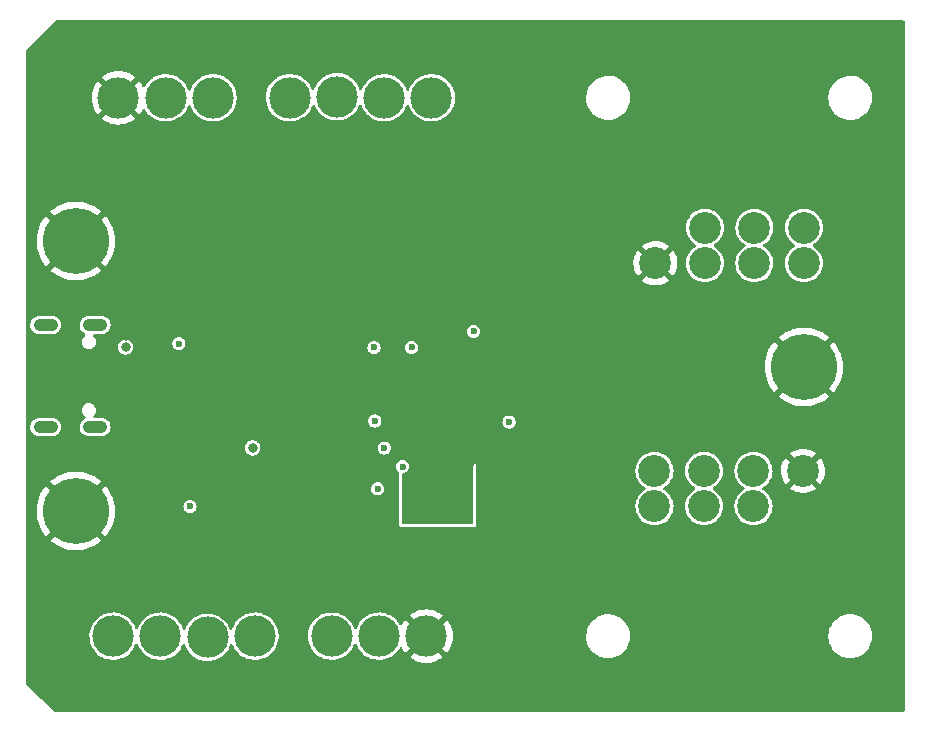
<source format=gbr>
%TF.GenerationSoftware,KiCad,Pcbnew,(6.0.10)*%
%TF.CreationDate,2023-01-18T21:36:02-05:00*%
%TF.ProjectId,32U4_NES_SNES_adapter,33325534-5f4e-4455-935f-534e45535f61,rev?*%
%TF.SameCoordinates,Original*%
%TF.FileFunction,Copper,L2,Inr*%
%TF.FilePolarity,Positive*%
%FSLAX46Y46*%
G04 Gerber Fmt 4.6, Leading zero omitted, Abs format (unit mm)*
G04 Created by KiCad (PCBNEW (6.0.10)) date 2023-01-18 21:36:02*
%MOMM*%
%LPD*%
G01*
G04 APERTURE LIST*
%TA.AperFunction,ComponentPad*%
%ADD10C,3.500000*%
%TD*%
%TA.AperFunction,ComponentPad*%
%ADD11C,2.700000*%
%TD*%
%TA.AperFunction,ComponentPad*%
%ADD12C,5.600000*%
%TD*%
%TA.AperFunction,ComponentPad*%
%ADD13O,2.100000X1.050000*%
%TD*%
%TA.AperFunction,ViaPad*%
%ADD14C,0.800000*%
%TD*%
%TA.AperFunction,ViaPad*%
%ADD15C,0.600000*%
%TD*%
G04 APERTURE END LIST*
D10*
%TO.N,VCC*%
%TO.C,J2*%
X97064000Y-120709000D03*
%TO.N,/SNES_1_CLK*%
X101064000Y-120709000D03*
%TO.N,/SNES_1_LATCH*%
X105064000Y-120809000D03*
%TO.N,/SNES_1_DATA*%
X109064000Y-120709000D03*
%TO.N,unconnected-(J2-Pad5)*%
X115564000Y-120709000D03*
%TO.N,unconnected-(J2-Pad6)*%
X119564000Y-120709000D03*
%TO.N,GND*%
X123564000Y-120709000D03*
%TD*%
D11*
%TO.N,VCC*%
%TO.C,J5*%
X147168000Y-86125000D03*
%TO.N,unconnected-(J5-Pad2)*%
X151359000Y-86125000D03*
%TO.N,unconnected-(J5-Pad3)*%
X155550000Y-86125000D03*
%TO.N,/NES_2_DATA*%
X155550000Y-89125000D03*
%TO.N,/NES_2_LATCH*%
X151359000Y-89125000D03*
%TO.N,/NES_2_CLK*%
X147168000Y-89125000D03*
%TO.N,GND*%
X142977000Y-89125000D03*
%TD*%
D12*
%TO.N,GND*%
%TO.C,H3*%
X155550000Y-97917000D03*
%TD*%
D11*
%TO.N,VCC*%
%TO.C,J4*%
X151282000Y-109709000D03*
%TO.N,unconnected-(J4-Pad2)*%
X147091000Y-109709000D03*
%TO.N,unconnected-(J4-Pad3)*%
X142900000Y-109709000D03*
%TO.N,/NES_1_DATA*%
X142900000Y-106709000D03*
%TO.N,/NES_1_LATCH*%
X147091000Y-106709000D03*
%TO.N,/NES_1_CLK*%
X151282000Y-106709000D03*
%TO.N,GND*%
X155473000Y-106709000D03*
%TD*%
D12*
%TO.N,GND*%
%TO.C,H1*%
X93895500Y-87249000D03*
%TD*%
%TO.N,GND*%
%TO.C,H2*%
X93895500Y-110109000D03*
%TD*%
D10*
%TO.N,VCC*%
%TO.C,J3*%
X124014000Y-75125000D03*
%TO.N,/SNES_2_CLK*%
X120014000Y-75125000D03*
%TO.N,/SNES_2_LATCH*%
X116014000Y-75025000D03*
%TO.N,/SNES_2_DATA*%
X112014000Y-75125000D03*
%TO.N,unconnected-(J3-Pad5)*%
X105514000Y-75125000D03*
%TO.N,unconnected-(J3-Pad6)*%
X101514000Y-75125000D03*
%TO.N,GND*%
X97514000Y-75125000D03*
%TD*%
D13*
%TO.N,unconnected-(J1-PadS1)*%
%TO.C,J1*%
X95535500Y-94359000D03*
%TO.N,unconnected-(J1-PadS2)*%
X95535500Y-102999000D03*
%TO.N,unconnected-(J1-PadS3)*%
X91355500Y-94359000D03*
%TO.N,unconnected-(J1-PadS4)*%
X91355500Y-102999000D03*
%TD*%
D14*
%TO.N,Net-(R3-Pad2)*%
X108876300Y-104770400D03*
D15*
X120015000Y-104775000D03*
%TO.N,VCC*%
X121587200Y-106349800D03*
D14*
%TO.N,GND*%
X108876300Y-101020400D03*
D15*
X103962200Y-108204000D03*
X127381000Y-106172000D03*
X124688600Y-109702600D03*
X102631200Y-94046000D03*
D14*
X98119000Y-101929000D03*
D15*
X122841000Y-102584000D03*
X125857000Y-110896400D03*
X122047000Y-108354000D03*
X126618000Y-94894400D03*
X122841000Y-100584000D03*
X122841000Y-98584000D03*
X123317000Y-110894000D03*
X127127000Y-110894000D03*
X122047000Y-110894000D03*
X123670544Y-105039041D03*
X127127000Y-108354000D03*
X126841000Y-98584000D03*
X126841000Y-102584000D03*
X118265000Y-102466200D03*
X127127000Y-109624000D03*
X124841000Y-98584000D03*
X122047000Y-109624000D03*
X127127000Y-107084000D03*
D14*
X98119000Y-95278000D03*
D15*
X122250200Y-107086400D03*
X124841000Y-100584000D03*
X124841000Y-102584000D03*
X124587000Y-110894000D03*
X130584000Y-103544000D03*
X117652800Y-100584000D03*
X118290400Y-96266000D03*
X126841000Y-100584000D03*
X120627200Y-106349800D03*
X123487000Y-107111800D03*
X122758200Y-106172000D03*
X101092000Y-97429000D03*
%TO.N,VCC*%
X119456200Y-108229400D03*
X127578000Y-94894400D03*
X103581200Y-109728000D03*
X102631200Y-95946000D03*
X119225000Y-102497377D03*
X130584000Y-102584000D03*
X122341000Y-96266000D03*
D14*
X98119000Y-96238000D03*
D15*
X119151400Y-96266000D03*
%TD*%
%TA.AperFunction,Conductor*%
%TO.N,GND*%
G36*
X164026121Y-68600002D02*
G01*
X164072614Y-68653658D01*
X164084000Y-68706000D01*
X164084000Y-127001000D01*
X164063998Y-127069121D01*
X164010342Y-127115614D01*
X163958000Y-127127000D01*
X92250351Y-127127000D01*
X92182230Y-127106998D01*
X92166061Y-127094655D01*
X89703710Y-124878539D01*
X89666457Y-124818101D01*
X89662000Y-124784884D01*
X89662000Y-120645876D01*
X95055372Y-120645876D01*
X95057969Y-120711966D01*
X95065248Y-120897242D01*
X95066516Y-120929524D01*
X95117516Y-121208772D01*
X95147478Y-121298580D01*
X95201906Y-121461720D01*
X95207353Y-121478048D01*
X95209346Y-121482036D01*
X95292954Y-121649361D01*
X95334236Y-121731980D01*
X95495631Y-121965500D01*
X95688320Y-122173950D01*
X95691774Y-122176762D01*
X95905001Y-122350356D01*
X95905005Y-122350359D01*
X95908458Y-122353170D01*
X96151652Y-122499585D01*
X96155747Y-122501319D01*
X96155749Y-122501320D01*
X96387811Y-122599585D01*
X96413049Y-122610272D01*
X96417342Y-122611410D01*
X96417347Y-122611412D01*
X96560898Y-122649473D01*
X96687435Y-122683024D01*
X96969334Y-122716389D01*
X97253122Y-122709701D01*
X97257517Y-122708969D01*
X97257522Y-122708969D01*
X97528734Y-122663827D01*
X97528738Y-122663826D01*
X97533136Y-122663094D01*
X97741215Y-122597287D01*
X97799544Y-122578840D01*
X97799546Y-122578839D01*
X97803790Y-122577497D01*
X97807801Y-122575571D01*
X97807806Y-122575569D01*
X98055665Y-122456549D01*
X98055666Y-122456548D01*
X98059684Y-122454619D01*
X98215724Y-122350356D01*
X98292002Y-122299389D01*
X98292006Y-122299386D01*
X98295710Y-122296911D01*
X98299027Y-122293940D01*
X98299031Y-122293937D01*
X98503845Y-122110490D01*
X98507161Y-122107520D01*
X98689817Y-121890225D01*
X98769654Y-121762210D01*
X98837669Y-121653152D01*
X98837671Y-121653149D01*
X98840033Y-121649361D01*
X98950259Y-121400036D01*
X98996095Y-121345823D01*
X99063968Y-121324995D01*
X99132326Y-121344169D01*
X99179467Y-121397256D01*
X99185020Y-121411108D01*
X99207353Y-121478048D01*
X99209346Y-121482036D01*
X99292954Y-121649361D01*
X99334236Y-121731980D01*
X99495631Y-121965500D01*
X99688320Y-122173950D01*
X99691774Y-122176762D01*
X99905001Y-122350356D01*
X99905005Y-122350359D01*
X99908458Y-122353170D01*
X100151652Y-122499585D01*
X100155747Y-122501319D01*
X100155749Y-122501320D01*
X100387811Y-122599585D01*
X100413049Y-122610272D01*
X100417342Y-122611410D01*
X100417347Y-122611412D01*
X100560898Y-122649473D01*
X100687435Y-122683024D01*
X100969334Y-122716389D01*
X101253122Y-122709701D01*
X101257517Y-122708969D01*
X101257522Y-122708969D01*
X101528734Y-122663827D01*
X101528738Y-122663826D01*
X101533136Y-122663094D01*
X101741215Y-122597287D01*
X101799544Y-122578840D01*
X101799546Y-122578839D01*
X101803790Y-122577497D01*
X101807801Y-122575571D01*
X101807806Y-122575569D01*
X102055665Y-122456549D01*
X102055666Y-122456548D01*
X102059684Y-122454619D01*
X102215724Y-122350356D01*
X102292002Y-122299389D01*
X102292006Y-122299386D01*
X102295710Y-122296911D01*
X102299027Y-122293940D01*
X102299031Y-122293937D01*
X102503845Y-122110490D01*
X102507161Y-122107520D01*
X102689817Y-121890225D01*
X102769654Y-121762210D01*
X102837669Y-121653152D01*
X102837671Y-121653149D01*
X102840033Y-121649361D01*
X102931244Y-121443045D01*
X102977081Y-121388832D01*
X103044954Y-121368004D01*
X103113312Y-121387178D01*
X103160453Y-121440265D01*
X103166007Y-121454119D01*
X103175321Y-121482036D01*
X103207353Y-121578048D01*
X103248056Y-121659507D01*
X103297403Y-121758265D01*
X103334236Y-121831980D01*
X103495631Y-122065500D01*
X103576511Y-122152996D01*
X103677421Y-122262159D01*
X103688320Y-122273950D01*
X103691774Y-122276762D01*
X103905001Y-122450356D01*
X103905005Y-122450359D01*
X103908458Y-122453170D01*
X104151652Y-122599585D01*
X104155747Y-122601319D01*
X104155749Y-122601320D01*
X104349936Y-122683547D01*
X104413049Y-122710272D01*
X104417342Y-122711410D01*
X104417347Y-122711412D01*
X104560898Y-122749473D01*
X104687435Y-122783024D01*
X104969334Y-122816389D01*
X105253122Y-122809701D01*
X105257517Y-122808969D01*
X105257522Y-122808969D01*
X105528734Y-122763827D01*
X105528738Y-122763826D01*
X105533136Y-122763094D01*
X105710887Y-122706878D01*
X105799544Y-122678840D01*
X105799546Y-122678839D01*
X105803790Y-122677497D01*
X105807801Y-122675571D01*
X105807806Y-122675569D01*
X106055665Y-122556549D01*
X106055666Y-122556548D01*
X106059684Y-122554619D01*
X106215724Y-122450356D01*
X106292002Y-122399389D01*
X106292006Y-122399386D01*
X106295710Y-122396911D01*
X106299027Y-122393940D01*
X106299031Y-122393937D01*
X106503845Y-122210490D01*
X106507161Y-122207520D01*
X106689817Y-121990225D01*
X106707521Y-121961838D01*
X106837669Y-121753152D01*
X106837671Y-121753149D01*
X106840033Y-121749361D01*
X106846100Y-121735639D01*
X106892407Y-121630893D01*
X106954813Y-121489734D01*
X106959302Y-121473819D01*
X106961113Y-121467396D01*
X106998855Y-121407263D01*
X107063116Y-121377080D01*
X107133494Y-121386430D01*
X107187644Y-121432346D01*
X107201905Y-121461720D01*
X107203799Y-121467396D01*
X107207353Y-121478048D01*
X107209346Y-121482036D01*
X107292954Y-121649361D01*
X107334236Y-121731980D01*
X107495631Y-121965500D01*
X107688320Y-122173950D01*
X107691774Y-122176762D01*
X107905001Y-122350356D01*
X107905005Y-122350359D01*
X107908458Y-122353170D01*
X108151652Y-122499585D01*
X108155747Y-122501319D01*
X108155749Y-122501320D01*
X108387811Y-122599585D01*
X108413049Y-122610272D01*
X108417342Y-122611410D01*
X108417347Y-122611412D01*
X108560898Y-122649473D01*
X108687435Y-122683024D01*
X108969334Y-122716389D01*
X109253122Y-122709701D01*
X109257517Y-122708969D01*
X109257522Y-122708969D01*
X109528734Y-122663827D01*
X109528738Y-122663826D01*
X109533136Y-122663094D01*
X109741215Y-122597287D01*
X109799544Y-122578840D01*
X109799546Y-122578839D01*
X109803790Y-122577497D01*
X109807801Y-122575571D01*
X109807806Y-122575569D01*
X110055665Y-122456549D01*
X110055666Y-122456548D01*
X110059684Y-122454619D01*
X110215724Y-122350356D01*
X110292002Y-122299389D01*
X110292006Y-122299386D01*
X110295710Y-122296911D01*
X110299027Y-122293940D01*
X110299031Y-122293937D01*
X110503845Y-122110490D01*
X110507161Y-122107520D01*
X110689817Y-121890225D01*
X110769654Y-121762210D01*
X110837669Y-121653152D01*
X110837671Y-121653149D01*
X110840033Y-121649361D01*
X110954813Y-121389734D01*
X111031866Y-121116525D01*
X111037657Y-121073408D01*
X111069227Y-120838367D01*
X111069228Y-120838359D01*
X111069654Y-120835185D01*
X111072438Y-120746617D01*
X111073519Y-120712222D01*
X111073519Y-120712217D01*
X111073620Y-120709000D01*
X111069151Y-120645876D01*
X113555372Y-120645876D01*
X113557969Y-120711966D01*
X113565248Y-120897242D01*
X113566516Y-120929524D01*
X113617516Y-121208772D01*
X113647478Y-121298580D01*
X113701906Y-121461720D01*
X113707353Y-121478048D01*
X113709346Y-121482036D01*
X113792954Y-121649361D01*
X113834236Y-121731980D01*
X113995631Y-121965500D01*
X114188320Y-122173950D01*
X114191774Y-122176762D01*
X114405001Y-122350356D01*
X114405005Y-122350359D01*
X114408458Y-122353170D01*
X114651652Y-122499585D01*
X114655747Y-122501319D01*
X114655749Y-122501320D01*
X114887811Y-122599585D01*
X114913049Y-122610272D01*
X114917342Y-122611410D01*
X114917347Y-122611412D01*
X115060898Y-122649473D01*
X115187435Y-122683024D01*
X115469334Y-122716389D01*
X115753122Y-122709701D01*
X115757517Y-122708969D01*
X115757522Y-122708969D01*
X116028734Y-122663827D01*
X116028738Y-122663826D01*
X116033136Y-122663094D01*
X116241215Y-122597287D01*
X116299544Y-122578840D01*
X116299546Y-122578839D01*
X116303790Y-122577497D01*
X116307801Y-122575571D01*
X116307806Y-122575569D01*
X116555665Y-122456549D01*
X116555666Y-122456548D01*
X116559684Y-122454619D01*
X116715724Y-122350356D01*
X116792002Y-122299389D01*
X116792006Y-122299386D01*
X116795710Y-122296911D01*
X116799027Y-122293940D01*
X116799031Y-122293937D01*
X117003845Y-122110490D01*
X117007161Y-122107520D01*
X117189817Y-121890225D01*
X117269654Y-121762210D01*
X117337669Y-121653152D01*
X117337671Y-121653149D01*
X117340033Y-121649361D01*
X117450259Y-121400036D01*
X117496095Y-121345823D01*
X117563968Y-121324995D01*
X117632326Y-121344169D01*
X117679467Y-121397256D01*
X117685020Y-121411108D01*
X117707353Y-121478048D01*
X117709346Y-121482036D01*
X117792954Y-121649361D01*
X117834236Y-121731980D01*
X117995631Y-121965500D01*
X118188320Y-122173950D01*
X118191774Y-122176762D01*
X118405001Y-122350356D01*
X118405005Y-122350359D01*
X118408458Y-122353170D01*
X118651652Y-122499585D01*
X118655747Y-122501319D01*
X118655749Y-122501320D01*
X118887811Y-122599585D01*
X118913049Y-122610272D01*
X118917342Y-122611410D01*
X118917347Y-122611412D01*
X119060898Y-122649473D01*
X119187435Y-122683024D01*
X119469334Y-122716389D01*
X119753122Y-122709701D01*
X119757517Y-122708969D01*
X119757522Y-122708969D01*
X120028734Y-122663827D01*
X120028738Y-122663826D01*
X120033136Y-122663094D01*
X120241215Y-122597287D01*
X120299544Y-122578840D01*
X120299546Y-122578839D01*
X120303790Y-122577497D01*
X120307801Y-122575571D01*
X120307806Y-122575569D01*
X120511293Y-122477856D01*
X122160601Y-122477856D01*
X122167059Y-122487216D01*
X122183361Y-122501512D01*
X122189901Y-122506530D01*
X122429144Y-122666387D01*
X122436281Y-122670508D01*
X122694349Y-122797772D01*
X122701953Y-122800922D01*
X122974420Y-122893412D01*
X122982383Y-122895546D01*
X123264600Y-122951683D01*
X123272751Y-122952756D01*
X123559881Y-122971575D01*
X123568119Y-122971575D01*
X123855249Y-122952756D01*
X123863400Y-122951683D01*
X124145617Y-122895546D01*
X124153580Y-122893412D01*
X124426047Y-122800922D01*
X124433651Y-122797772D01*
X124691719Y-122670508D01*
X124698856Y-122666387D01*
X124938099Y-122506530D01*
X124944639Y-122501512D01*
X124959074Y-122488853D01*
X124967472Y-122475614D01*
X124961638Y-122465849D01*
X123576810Y-121081020D01*
X123562869Y-121073408D01*
X123561034Y-121073539D01*
X123554420Y-121077790D01*
X122168116Y-122464095D01*
X122160601Y-122477856D01*
X120511293Y-122477856D01*
X120555665Y-122456549D01*
X120555666Y-122456548D01*
X120559684Y-122454619D01*
X120715724Y-122350356D01*
X120792002Y-122299389D01*
X120792006Y-122299386D01*
X120795710Y-122296911D01*
X120799027Y-122293940D01*
X120799031Y-122293937D01*
X121003845Y-122110490D01*
X121007161Y-122107520D01*
X121189817Y-121890225D01*
X121315209Y-121689165D01*
X121368229Y-121641949D01*
X121438359Y-121630893D01*
X121503334Y-121659507D01*
X121535127Y-121700114D01*
X121602492Y-121836718D01*
X121606613Y-121843855D01*
X121766470Y-122083099D01*
X121771488Y-122089639D01*
X121784147Y-122104074D01*
X121797386Y-122112472D01*
X121807151Y-122106638D01*
X123191980Y-120721810D01*
X123198357Y-120710131D01*
X123928408Y-120710131D01*
X123928539Y-120711966D01*
X123932790Y-120718580D01*
X125319095Y-122104884D01*
X125332856Y-122112399D01*
X125342216Y-122105941D01*
X125356512Y-122089639D01*
X125361530Y-122083099D01*
X125521387Y-121843855D01*
X125525508Y-121836718D01*
X125652772Y-121578651D01*
X125655922Y-121571047D01*
X125748412Y-121298580D01*
X125750546Y-121290617D01*
X125806683Y-121008400D01*
X125807756Y-121000249D01*
X125824080Y-120751186D01*
X137116018Y-120751186D01*
X137141579Y-121019100D01*
X137142664Y-121023534D01*
X137142665Y-121023540D01*
X137166467Y-121120810D01*
X137205547Y-121280518D01*
X137306583Y-121529963D01*
X137308892Y-121533906D01*
X137432653Y-121745274D01*
X137442569Y-121762210D01*
X137610658Y-121972395D01*
X137807327Y-122156113D01*
X138028457Y-122309516D01*
X138269416Y-122429391D01*
X138273750Y-122430812D01*
X138273753Y-122430813D01*
X138520823Y-122511807D01*
X138520829Y-122511808D01*
X138525156Y-122513227D01*
X138529647Y-122514007D01*
X138529648Y-122514007D01*
X138786538Y-122558611D01*
X138786546Y-122558612D01*
X138790319Y-122559267D01*
X138794156Y-122559458D01*
X138873777Y-122563422D01*
X138873785Y-122563422D01*
X138875348Y-122563500D01*
X139043374Y-122563500D01*
X139045642Y-122563335D01*
X139045654Y-122563335D01*
X139176457Y-122553844D01*
X139243425Y-122548985D01*
X139247880Y-122548001D01*
X139247883Y-122548001D01*
X139501770Y-122491947D01*
X139501772Y-122491946D01*
X139506226Y-122490963D01*
X139757900Y-122395613D01*
X139940952Y-122293937D01*
X139989179Y-122267149D01*
X139989180Y-122267148D01*
X139993172Y-122264931D01*
X140139842Y-122152996D01*
X140203491Y-122104421D01*
X140203495Y-122104417D01*
X140207116Y-122101654D01*
X140218862Y-122089639D01*
X140392063Y-121912462D01*
X140395249Y-121909203D01*
X140502242Y-121762210D01*
X140550942Y-121695304D01*
X140550947Y-121695297D01*
X140553630Y-121691610D01*
X140678941Y-121453433D01*
X140768557Y-121199662D01*
X140802091Y-121029524D01*
X140819720Y-120940083D01*
X140819721Y-120940077D01*
X140820601Y-120935611D01*
X140820904Y-120929524D01*
X140829782Y-120751186D01*
X157616018Y-120751186D01*
X157641579Y-121019100D01*
X157642664Y-121023534D01*
X157642665Y-121023540D01*
X157666467Y-121120810D01*
X157705547Y-121280518D01*
X157806583Y-121529963D01*
X157808892Y-121533906D01*
X157932653Y-121745274D01*
X157942569Y-121762210D01*
X158110658Y-121972395D01*
X158307327Y-122156113D01*
X158528457Y-122309516D01*
X158769416Y-122429391D01*
X158773750Y-122430812D01*
X158773753Y-122430813D01*
X159020823Y-122511807D01*
X159020829Y-122511808D01*
X159025156Y-122513227D01*
X159029647Y-122514007D01*
X159029648Y-122514007D01*
X159286538Y-122558611D01*
X159286546Y-122558612D01*
X159290319Y-122559267D01*
X159294156Y-122559458D01*
X159373777Y-122563422D01*
X159373785Y-122563422D01*
X159375348Y-122563500D01*
X159543374Y-122563500D01*
X159545642Y-122563335D01*
X159545654Y-122563335D01*
X159676457Y-122553844D01*
X159743425Y-122548985D01*
X159747880Y-122548001D01*
X159747883Y-122548001D01*
X160001770Y-122491947D01*
X160001772Y-122491946D01*
X160006226Y-122490963D01*
X160257900Y-122395613D01*
X160440952Y-122293937D01*
X160489179Y-122267149D01*
X160489180Y-122267148D01*
X160493172Y-122264931D01*
X160639842Y-122152996D01*
X160703491Y-122104421D01*
X160703495Y-122104417D01*
X160707116Y-122101654D01*
X160718862Y-122089639D01*
X160892063Y-121912462D01*
X160895249Y-121909203D01*
X161002242Y-121762210D01*
X161050942Y-121695304D01*
X161050947Y-121695297D01*
X161053630Y-121691610D01*
X161178941Y-121453433D01*
X161268557Y-121199662D01*
X161302091Y-121029524D01*
X161319720Y-120940083D01*
X161319721Y-120940077D01*
X161320601Y-120935611D01*
X161320904Y-120929524D01*
X161333755Y-120671383D01*
X161333755Y-120671377D01*
X161333982Y-120666814D01*
X161308421Y-120398900D01*
X161293270Y-120336980D01*
X161245539Y-120141920D01*
X161244453Y-120137482D01*
X161143417Y-119888037D01*
X161023526Y-119683278D01*
X161009741Y-119659735D01*
X161009740Y-119659734D01*
X161007431Y-119655790D01*
X160883382Y-119500674D01*
X160842194Y-119449171D01*
X160842193Y-119449169D01*
X160839342Y-119445605D01*
X160642673Y-119261887D01*
X160421543Y-119108484D01*
X160180584Y-118988609D01*
X160176250Y-118987188D01*
X160176247Y-118987187D01*
X159929177Y-118906193D01*
X159929171Y-118906192D01*
X159924844Y-118904773D01*
X159920352Y-118903993D01*
X159663462Y-118859389D01*
X159663454Y-118859388D01*
X159659681Y-118858733D01*
X159649718Y-118858237D01*
X159576223Y-118854578D01*
X159576215Y-118854578D01*
X159574652Y-118854500D01*
X159406626Y-118854500D01*
X159404358Y-118854665D01*
X159404346Y-118854665D01*
X159273543Y-118864156D01*
X159206575Y-118869015D01*
X159202120Y-118869999D01*
X159202117Y-118869999D01*
X158948230Y-118926053D01*
X158948228Y-118926054D01*
X158943774Y-118927037D01*
X158692100Y-119022387D01*
X158688114Y-119024601D01*
X158688112Y-119024602D01*
X158540754Y-119106452D01*
X158456828Y-119153069D01*
X158453196Y-119155841D01*
X158246509Y-119313579D01*
X158246505Y-119313583D01*
X158242884Y-119316346D01*
X158239699Y-119319604D01*
X158239698Y-119319605D01*
X158224745Y-119334901D01*
X158054751Y-119508797D01*
X158052066Y-119512486D01*
X157899058Y-119722696D01*
X157899053Y-119722703D01*
X157896370Y-119726390D01*
X157771059Y-119964567D01*
X157681443Y-120218338D01*
X157680560Y-120222820D01*
X157643746Y-120409600D01*
X157629399Y-120482389D01*
X157629172Y-120486942D01*
X157629172Y-120486945D01*
X157617958Y-120712222D01*
X157616018Y-120751186D01*
X140829782Y-120751186D01*
X140833755Y-120671383D01*
X140833755Y-120671377D01*
X140833982Y-120666814D01*
X140808421Y-120398900D01*
X140793270Y-120336980D01*
X140745539Y-120141920D01*
X140744453Y-120137482D01*
X140643417Y-119888037D01*
X140523526Y-119683278D01*
X140509741Y-119659735D01*
X140509740Y-119659734D01*
X140507431Y-119655790D01*
X140383382Y-119500674D01*
X140342194Y-119449171D01*
X140342193Y-119449169D01*
X140339342Y-119445605D01*
X140142673Y-119261887D01*
X139921543Y-119108484D01*
X139680584Y-118988609D01*
X139676250Y-118987188D01*
X139676247Y-118987187D01*
X139429177Y-118906193D01*
X139429171Y-118906192D01*
X139424844Y-118904773D01*
X139420352Y-118903993D01*
X139163462Y-118859389D01*
X139163454Y-118859388D01*
X139159681Y-118858733D01*
X139149718Y-118858237D01*
X139076223Y-118854578D01*
X139076215Y-118854578D01*
X139074652Y-118854500D01*
X138906626Y-118854500D01*
X138904358Y-118854665D01*
X138904346Y-118854665D01*
X138773543Y-118864156D01*
X138706575Y-118869015D01*
X138702120Y-118869999D01*
X138702117Y-118869999D01*
X138448230Y-118926053D01*
X138448228Y-118926054D01*
X138443774Y-118927037D01*
X138192100Y-119022387D01*
X138188114Y-119024601D01*
X138188112Y-119024602D01*
X138040754Y-119106452D01*
X137956828Y-119153069D01*
X137953196Y-119155841D01*
X137746509Y-119313579D01*
X137746505Y-119313583D01*
X137742884Y-119316346D01*
X137739699Y-119319604D01*
X137739698Y-119319605D01*
X137724745Y-119334901D01*
X137554751Y-119508797D01*
X137552066Y-119512486D01*
X137399058Y-119722696D01*
X137399053Y-119722703D01*
X137396370Y-119726390D01*
X137271059Y-119964567D01*
X137181443Y-120218338D01*
X137180560Y-120222820D01*
X137143746Y-120409600D01*
X137129399Y-120482389D01*
X137129172Y-120486942D01*
X137129172Y-120486945D01*
X137117958Y-120712222D01*
X137116018Y-120751186D01*
X125824080Y-120751186D01*
X125826575Y-120713119D01*
X125826575Y-120704881D01*
X125807756Y-120417751D01*
X125806683Y-120409600D01*
X125750546Y-120127383D01*
X125748412Y-120119420D01*
X125655922Y-119846953D01*
X125652772Y-119839349D01*
X125525508Y-119581282D01*
X125521387Y-119574145D01*
X125361530Y-119334901D01*
X125356512Y-119328361D01*
X125343853Y-119313926D01*
X125330614Y-119305528D01*
X125320849Y-119311362D01*
X123936020Y-120696190D01*
X123928408Y-120710131D01*
X123198357Y-120710131D01*
X123199592Y-120707869D01*
X123199461Y-120706034D01*
X123195210Y-120699420D01*
X121808905Y-119313116D01*
X121795144Y-119305601D01*
X121785784Y-119312059D01*
X121771488Y-119328361D01*
X121766470Y-119334901D01*
X121606613Y-119574145D01*
X121602493Y-119581282D01*
X121534171Y-119719825D01*
X121486103Y-119772074D01*
X121417417Y-119790041D01*
X121349922Y-119768022D01*
X121310277Y-119723929D01*
X121262891Y-119636108D01*
X121260778Y-119632192D01*
X121092127Y-119403856D01*
X120892986Y-119201562D01*
X120757423Y-119098104D01*
X120670872Y-119032050D01*
X120670868Y-119032047D01*
X120667327Y-119029345D01*
X120512052Y-118942386D01*
X122160528Y-118942386D01*
X122166362Y-118952151D01*
X123551190Y-120336980D01*
X123565131Y-120344592D01*
X123566966Y-120344461D01*
X123573580Y-120340210D01*
X124959884Y-118953905D01*
X124967399Y-118940144D01*
X124960941Y-118930784D01*
X124944639Y-118916488D01*
X124938099Y-118911470D01*
X124698856Y-118751613D01*
X124691719Y-118747492D01*
X124433651Y-118620228D01*
X124426047Y-118617078D01*
X124153580Y-118524588D01*
X124145617Y-118522454D01*
X123863400Y-118466317D01*
X123855249Y-118465244D01*
X123568119Y-118446425D01*
X123559881Y-118446425D01*
X123272751Y-118465244D01*
X123264600Y-118466317D01*
X122982383Y-118522454D01*
X122974420Y-118524588D01*
X122701953Y-118617078D01*
X122694349Y-118620228D01*
X122436282Y-118747492D01*
X122429145Y-118751613D01*
X122189901Y-118911470D01*
X122183361Y-118916488D01*
X122168926Y-118929147D01*
X122160528Y-118942386D01*
X120512052Y-118942386D01*
X120419655Y-118890641D01*
X120415506Y-118889036D01*
X120415502Y-118889034D01*
X120185030Y-118799872D01*
X120154909Y-118788219D01*
X120150588Y-118787217D01*
X120150580Y-118787215D01*
X119968110Y-118744922D01*
X119878374Y-118724122D01*
X119595566Y-118699628D01*
X119591131Y-118699872D01*
X119591127Y-118699872D01*
X119484718Y-118705728D01*
X119312128Y-118715226D01*
X119307768Y-118716093D01*
X119307762Y-118716094D01*
X119171296Y-118743239D01*
X119033715Y-118770606D01*
X119029505Y-118772084D01*
X119029503Y-118772085D01*
X118978996Y-118789822D01*
X118765884Y-118864662D01*
X118761933Y-118866715D01*
X118761927Y-118866717D01*
X118519170Y-118992819D01*
X118513976Y-118995517D01*
X118510361Y-118998100D01*
X118510355Y-118998104D01*
X118466638Y-119029345D01*
X118283020Y-119160561D01*
X118077623Y-119356501D01*
X118074867Y-119359997D01*
X118074866Y-119359998D01*
X117906045Y-119574145D01*
X117901882Y-119579426D01*
X117841560Y-119683278D01*
X117761540Y-119821042D01*
X117761537Y-119821048D01*
X117759306Y-119824889D01*
X117757638Y-119829007D01*
X117680192Y-120020212D01*
X117636079Y-120075841D01*
X117568894Y-120098790D01*
X117499967Y-120081772D01*
X117451182Y-120030192D01*
X117445196Y-120016520D01*
X117431021Y-119978095D01*
X117395574Y-119882013D01*
X117308062Y-119719825D01*
X117262891Y-119636108D01*
X117260778Y-119632192D01*
X117092127Y-119403856D01*
X116892986Y-119201562D01*
X116757423Y-119098104D01*
X116670872Y-119032050D01*
X116670868Y-119032047D01*
X116667327Y-119029345D01*
X116419655Y-118890641D01*
X116415506Y-118889036D01*
X116415502Y-118889034D01*
X116185030Y-118799872D01*
X116154909Y-118788219D01*
X116150588Y-118787217D01*
X116150580Y-118787215D01*
X115968110Y-118744922D01*
X115878374Y-118724122D01*
X115595566Y-118699628D01*
X115591131Y-118699872D01*
X115591127Y-118699872D01*
X115484718Y-118705728D01*
X115312128Y-118715226D01*
X115307768Y-118716093D01*
X115307762Y-118716094D01*
X115171296Y-118743239D01*
X115033715Y-118770606D01*
X115029505Y-118772084D01*
X115029503Y-118772085D01*
X114978996Y-118789822D01*
X114765884Y-118864662D01*
X114761933Y-118866715D01*
X114761927Y-118866717D01*
X114519170Y-118992819D01*
X114513976Y-118995517D01*
X114510361Y-118998100D01*
X114510355Y-118998104D01*
X114466638Y-119029345D01*
X114283020Y-119160561D01*
X114077623Y-119356501D01*
X114074867Y-119359997D01*
X114074866Y-119359998D01*
X113906045Y-119574145D01*
X113901882Y-119579426D01*
X113841560Y-119683278D01*
X113761540Y-119821042D01*
X113761537Y-119821048D01*
X113759306Y-119824889D01*
X113757638Y-119829007D01*
X113757636Y-119829012D01*
X113654411Y-120083861D01*
X113654408Y-120083869D01*
X113652738Y-120087993D01*
X113584305Y-120363488D01*
X113555372Y-120645876D01*
X111069151Y-120645876D01*
X111053571Y-120425842D01*
X111036079Y-120344592D01*
X110994761Y-120152681D01*
X110994761Y-120152679D01*
X110993825Y-120148334D01*
X110895574Y-119882013D01*
X110808062Y-119719825D01*
X110762891Y-119636108D01*
X110760778Y-119632192D01*
X110592127Y-119403856D01*
X110392986Y-119201562D01*
X110257423Y-119098104D01*
X110170872Y-119032050D01*
X110170868Y-119032047D01*
X110167327Y-119029345D01*
X109919655Y-118890641D01*
X109915506Y-118889036D01*
X109915502Y-118889034D01*
X109685030Y-118799872D01*
X109654909Y-118788219D01*
X109650588Y-118787217D01*
X109650580Y-118787215D01*
X109468110Y-118744922D01*
X109378374Y-118724122D01*
X109095566Y-118699628D01*
X109091131Y-118699872D01*
X109091127Y-118699872D01*
X108984718Y-118705728D01*
X108812128Y-118715226D01*
X108807768Y-118716093D01*
X108807762Y-118716094D01*
X108671296Y-118743239D01*
X108533715Y-118770606D01*
X108529505Y-118772084D01*
X108529503Y-118772085D01*
X108478996Y-118789822D01*
X108265884Y-118864662D01*
X108261933Y-118866715D01*
X108261927Y-118866717D01*
X108019170Y-118992819D01*
X108013976Y-118995517D01*
X108010361Y-118998100D01*
X108010355Y-118998104D01*
X107966638Y-119029345D01*
X107783020Y-119160561D01*
X107577623Y-119356501D01*
X107574867Y-119359997D01*
X107574866Y-119359998D01*
X107406045Y-119574145D01*
X107401882Y-119579426D01*
X107341560Y-119683278D01*
X107261540Y-119821042D01*
X107261537Y-119821048D01*
X107259306Y-119824889D01*
X107160885Y-120067880D01*
X107116774Y-120123507D01*
X107049588Y-120146456D01*
X106980661Y-120129440D01*
X106931876Y-120077859D01*
X106925890Y-120064187D01*
X106897115Y-119986191D01*
X106895574Y-119982013D01*
X106760778Y-119732192D01*
X106592127Y-119503856D01*
X106538295Y-119449171D01*
X106447069Y-119356501D01*
X106392986Y-119301562D01*
X106319118Y-119245188D01*
X106170872Y-119132050D01*
X106170868Y-119132047D01*
X106167327Y-119129345D01*
X105919655Y-118990641D01*
X105915506Y-118989036D01*
X105915502Y-118989034D01*
X105701369Y-118906193D01*
X105654909Y-118888219D01*
X105650588Y-118887217D01*
X105650580Y-118887215D01*
X105468110Y-118844922D01*
X105378374Y-118824122D01*
X105095566Y-118799628D01*
X105091131Y-118799872D01*
X105091127Y-118799872D01*
X104984718Y-118805728D01*
X104812128Y-118815226D01*
X104807768Y-118816093D01*
X104807762Y-118816094D01*
X104671296Y-118843239D01*
X104533715Y-118870606D01*
X104529505Y-118872084D01*
X104529503Y-118872085D01*
X104417352Y-118911470D01*
X104265884Y-118964662D01*
X104261933Y-118966715D01*
X104261927Y-118966717D01*
X104017926Y-119093465D01*
X104013976Y-119095517D01*
X104010361Y-119098100D01*
X104010355Y-119098104D01*
X103865581Y-119201562D01*
X103783020Y-119260561D01*
X103577623Y-119456501D01*
X103574867Y-119459997D01*
X103574866Y-119459998D01*
X103436031Y-119636108D01*
X103401882Y-119679426D01*
X103348068Y-119772074D01*
X103261540Y-119921042D01*
X103261537Y-119921048D01*
X103259306Y-119924889D01*
X103257636Y-119929012D01*
X103199499Y-120072545D01*
X103155386Y-120128175D01*
X103088201Y-120151124D01*
X103019274Y-120134106D01*
X102970489Y-120082526D01*
X102964503Y-120068854D01*
X102962782Y-120064187D01*
X102895574Y-119882013D01*
X102808062Y-119719825D01*
X102762891Y-119636108D01*
X102760778Y-119632192D01*
X102592127Y-119403856D01*
X102392986Y-119201562D01*
X102257423Y-119098104D01*
X102170872Y-119032050D01*
X102170868Y-119032047D01*
X102167327Y-119029345D01*
X101919655Y-118890641D01*
X101915506Y-118889036D01*
X101915502Y-118889034D01*
X101685030Y-118799872D01*
X101654909Y-118788219D01*
X101650588Y-118787217D01*
X101650580Y-118787215D01*
X101468110Y-118744922D01*
X101378374Y-118724122D01*
X101095566Y-118699628D01*
X101091131Y-118699872D01*
X101091127Y-118699872D01*
X100984718Y-118705728D01*
X100812128Y-118715226D01*
X100807768Y-118716093D01*
X100807762Y-118716094D01*
X100671296Y-118743239D01*
X100533715Y-118770606D01*
X100529505Y-118772084D01*
X100529503Y-118772085D01*
X100478996Y-118789822D01*
X100265884Y-118864662D01*
X100261933Y-118866715D01*
X100261927Y-118866717D01*
X100019170Y-118992819D01*
X100013976Y-118995517D01*
X100010361Y-118998100D01*
X100010355Y-118998104D01*
X99966638Y-119029345D01*
X99783020Y-119160561D01*
X99577623Y-119356501D01*
X99574867Y-119359997D01*
X99574866Y-119359998D01*
X99406045Y-119574145D01*
X99401882Y-119579426D01*
X99341560Y-119683278D01*
X99261540Y-119821042D01*
X99261537Y-119821048D01*
X99259306Y-119824889D01*
X99257638Y-119829007D01*
X99180192Y-120020212D01*
X99136079Y-120075841D01*
X99068894Y-120098790D01*
X98999967Y-120081772D01*
X98951182Y-120030192D01*
X98945196Y-120016520D01*
X98931021Y-119978095D01*
X98895574Y-119882013D01*
X98808062Y-119719825D01*
X98762891Y-119636108D01*
X98760778Y-119632192D01*
X98592127Y-119403856D01*
X98392986Y-119201562D01*
X98257423Y-119098104D01*
X98170872Y-119032050D01*
X98170868Y-119032047D01*
X98167327Y-119029345D01*
X97919655Y-118890641D01*
X97915506Y-118889036D01*
X97915502Y-118889034D01*
X97685030Y-118799872D01*
X97654909Y-118788219D01*
X97650588Y-118787217D01*
X97650580Y-118787215D01*
X97468110Y-118744922D01*
X97378374Y-118724122D01*
X97095566Y-118699628D01*
X97091131Y-118699872D01*
X97091127Y-118699872D01*
X96984718Y-118705728D01*
X96812128Y-118715226D01*
X96807768Y-118716093D01*
X96807762Y-118716094D01*
X96671296Y-118743239D01*
X96533715Y-118770606D01*
X96529505Y-118772084D01*
X96529503Y-118772085D01*
X96478996Y-118789822D01*
X96265884Y-118864662D01*
X96261933Y-118866715D01*
X96261927Y-118866717D01*
X96019170Y-118992819D01*
X96013976Y-118995517D01*
X96010361Y-118998100D01*
X96010355Y-118998104D01*
X95966638Y-119029345D01*
X95783020Y-119160561D01*
X95577623Y-119356501D01*
X95574867Y-119359997D01*
X95574866Y-119359998D01*
X95406045Y-119574145D01*
X95401882Y-119579426D01*
X95341560Y-119683278D01*
X95261540Y-119821042D01*
X95261537Y-119821048D01*
X95259306Y-119824889D01*
X95257638Y-119829007D01*
X95257636Y-119829012D01*
X95154411Y-120083861D01*
X95154408Y-120083869D01*
X95152738Y-120087993D01*
X95084305Y-120363488D01*
X95055372Y-120645876D01*
X89662000Y-120645876D01*
X89662000Y-112625381D01*
X91744660Y-112625381D01*
X91744737Y-112626470D01*
X91747198Y-112630206D01*
X92021132Y-112840404D01*
X92026762Y-112844259D01*
X92327091Y-113026862D01*
X92333093Y-113030080D01*
X92651397Y-113179184D01*
X92657702Y-113181732D01*
X92990243Y-113295587D01*
X92996813Y-113297446D01*
X93339683Y-113374714D01*
X93346412Y-113375853D01*
X93695643Y-113415643D01*
X93702433Y-113416046D01*
X94053919Y-113417886D01*
X94060720Y-113417554D01*
X94410353Y-113381423D01*
X94417081Y-113380357D01*
X94760774Y-113306676D01*
X94767322Y-113304897D01*
X95101049Y-113194527D01*
X95107391Y-113192041D01*
X95427218Y-113046288D01*
X95433277Y-113043121D01*
X95735495Y-112863676D01*
X95741159Y-112859884D01*
X96022232Y-112648849D01*
X96027458Y-112644464D01*
X96037113Y-112635428D01*
X96045182Y-112621750D01*
X96045154Y-112621024D01*
X96040012Y-112612723D01*
X93908310Y-110481020D01*
X93894369Y-110473408D01*
X93892534Y-110473539D01*
X93885920Y-110477790D01*
X91752274Y-112611437D01*
X91744660Y-112625381D01*
X89662000Y-112625381D01*
X89662000Y-110100832D01*
X90582833Y-110100832D01*
X90600617Y-110451893D01*
X90601327Y-110458649D01*
X90656920Y-110805723D01*
X90658359Y-110812378D01*
X90751108Y-111151410D01*
X90753257Y-111157871D01*
X90882081Y-111484912D01*
X90884912Y-111491095D01*
X91048303Y-111802310D01*
X91051786Y-111808152D01*
X91247830Y-112099896D01*
X91251933Y-112105340D01*
X91371925Y-112247836D01*
X91384664Y-112256279D01*
X91395108Y-112250181D01*
X93523480Y-110121810D01*
X93529857Y-110110131D01*
X94259908Y-110110131D01*
X94260039Y-110111966D01*
X94264290Y-110118580D01*
X96394509Y-112248798D01*
X96408105Y-112256223D01*
X96417718Y-112249522D01*
X96518018Y-112132912D01*
X96522176Y-112127514D01*
X96721262Y-111837840D01*
X96724810Y-111832029D01*
X96891442Y-111522559D01*
X96894349Y-111516381D01*
X97026590Y-111190713D01*
X97028804Y-111184283D01*
X97125098Y-110846237D01*
X97126605Y-110839607D01*
X97185832Y-110493118D01*
X97186612Y-110486378D01*
X97208168Y-110133925D01*
X97208284Y-110130323D01*
X97208353Y-110110819D01*
X97208261Y-110107194D01*
X97189166Y-109754615D01*
X97188431Y-109747849D01*
X97185181Y-109728000D01*
X103021915Y-109728000D01*
X103040972Y-109872754D01*
X103096845Y-110007642D01*
X103101872Y-110014193D01*
X103176896Y-110111966D01*
X103185726Y-110123474D01*
X103192276Y-110128500D01*
X103192279Y-110128503D01*
X103295004Y-110207327D01*
X103301557Y-110212355D01*
X103436446Y-110268228D01*
X103581200Y-110287285D01*
X103589388Y-110286207D01*
X103717766Y-110269306D01*
X103725954Y-110268228D01*
X103860843Y-110212355D01*
X103867396Y-110207327D01*
X103970121Y-110128503D01*
X103970124Y-110128500D01*
X103976674Y-110123474D01*
X103985505Y-110111966D01*
X104060528Y-110014193D01*
X104065555Y-110007642D01*
X104121428Y-109872754D01*
X104140485Y-109728000D01*
X104121428Y-109583246D01*
X104065555Y-109448358D01*
X103976674Y-109332526D01*
X103970124Y-109327500D01*
X103970121Y-109327497D01*
X103867396Y-109248673D01*
X103867394Y-109248672D01*
X103860843Y-109243645D01*
X103725954Y-109187772D01*
X103581200Y-109168715D01*
X103573012Y-109169793D01*
X103444632Y-109186694D01*
X103444630Y-109186695D01*
X103436446Y-109187772D01*
X103388630Y-109207578D01*
X103309186Y-109240485D01*
X103309184Y-109240486D01*
X103301558Y-109243645D01*
X103185726Y-109332526D01*
X103096845Y-109448358D01*
X103040972Y-109583246D01*
X103021915Y-109728000D01*
X97185181Y-109728000D01*
X97131630Y-109400985D01*
X97130163Y-109394313D01*
X97036236Y-109055627D01*
X97034062Y-109049163D01*
X96904098Y-108722578D01*
X96901242Y-108716398D01*
X96736769Y-108405763D01*
X96733269Y-108399937D01*
X96617807Y-108229400D01*
X118896915Y-108229400D01*
X118915972Y-108374154D01*
X118919131Y-108381780D01*
X118955500Y-108469581D01*
X118971845Y-108509042D01*
X119060726Y-108624874D01*
X119067276Y-108629900D01*
X119067279Y-108629903D01*
X119170004Y-108708727D01*
X119176557Y-108713755D01*
X119311446Y-108769628D01*
X119456200Y-108788685D01*
X119464388Y-108787607D01*
X119592766Y-108770706D01*
X119600954Y-108769628D01*
X119735843Y-108713755D01*
X119742396Y-108708727D01*
X119845121Y-108629903D01*
X119845124Y-108629900D01*
X119851674Y-108624874D01*
X119940555Y-108509042D01*
X119956901Y-108469581D01*
X119993269Y-108381780D01*
X119996428Y-108374154D01*
X120015485Y-108229400D01*
X120004116Y-108143040D01*
X119997506Y-108092832D01*
X119997505Y-108092830D01*
X119996428Y-108084646D01*
X119976622Y-108036830D01*
X119943715Y-107957386D01*
X119943714Y-107957384D01*
X119940555Y-107949758D01*
X119851674Y-107833926D01*
X119845124Y-107828900D01*
X119845121Y-107828897D01*
X119742396Y-107750073D01*
X119742394Y-107750072D01*
X119735843Y-107745045D01*
X119600954Y-107689172D01*
X119456200Y-107670115D01*
X119448012Y-107671193D01*
X119319632Y-107688094D01*
X119319630Y-107688095D01*
X119311446Y-107689172D01*
X119263630Y-107708978D01*
X119184186Y-107741885D01*
X119184184Y-107741886D01*
X119176558Y-107745045D01*
X119104796Y-107800110D01*
X119078681Y-107820149D01*
X119060726Y-107833926D01*
X118971845Y-107949758D01*
X118968686Y-107957384D01*
X118968685Y-107957386D01*
X118935778Y-108036830D01*
X118915972Y-108084646D01*
X118914895Y-108092830D01*
X118914894Y-108092832D01*
X118908284Y-108143040D01*
X118896915Y-108229400D01*
X96617807Y-108229400D01*
X96536197Y-108108862D01*
X96532090Y-108103453D01*
X96419065Y-107970179D01*
X96406240Y-107961743D01*
X96395916Y-107967795D01*
X94267520Y-110096190D01*
X94259908Y-110110131D01*
X93529857Y-110110131D01*
X93531092Y-110107869D01*
X93530961Y-110106034D01*
X93526710Y-110099420D01*
X91396492Y-107969203D01*
X91382955Y-107961811D01*
X91373253Y-107968599D01*
X91265930Y-108094257D01*
X91261796Y-108099664D01*
X91063715Y-108390041D01*
X91060197Y-108395851D01*
X90894634Y-108705922D01*
X90891759Y-108712087D01*
X90760655Y-109038218D01*
X90758462Y-109044658D01*
X90663346Y-109383044D01*
X90661863Y-109389679D01*
X90603850Y-109736354D01*
X90603091Y-109743126D01*
X90582857Y-110094037D01*
X90582833Y-110100832D01*
X89662000Y-110100832D01*
X89662000Y-107595862D01*
X91745450Y-107595862D01*
X91745486Y-107596704D01*
X91750537Y-107604826D01*
X93882690Y-109736980D01*
X93896631Y-109744592D01*
X93898466Y-109744461D01*
X93905080Y-109740210D01*
X96038298Y-107606991D01*
X96045912Y-107593047D01*
X96045844Y-107592089D01*
X96041336Y-107585272D01*
X96039918Y-107584065D01*
X95760313Y-107371064D01*
X95754687Y-107367240D01*
X95453714Y-107185681D01*
X95447702Y-107182484D01*
X95128870Y-107034487D01*
X95122570Y-107031967D01*
X94789629Y-106919273D01*
X94783051Y-106917437D01*
X94439917Y-106841367D01*
X94433178Y-106840251D01*
X94083810Y-106801680D01*
X94077029Y-106801301D01*
X93725515Y-106800687D01*
X93718742Y-106801042D01*
X93369220Y-106838395D01*
X93362510Y-106839482D01*
X93019086Y-106914361D01*
X93012511Y-106916172D01*
X92679183Y-107027702D01*
X92672861Y-107030205D01*
X92353534Y-107177079D01*
X92347491Y-107180265D01*
X92045901Y-107360763D01*
X92040255Y-107364571D01*
X91759908Y-107576596D01*
X91754711Y-107580987D01*
X91753472Y-107582155D01*
X91745450Y-107595862D01*
X89662000Y-107595862D01*
X89662000Y-106349800D01*
X121027915Y-106349800D01*
X121028993Y-106357988D01*
X121042058Y-106457225D01*
X121046972Y-106494554D01*
X121102845Y-106629442D01*
X121107872Y-106635993D01*
X121164761Y-106710132D01*
X121191726Y-106745274D01*
X121248600Y-106788915D01*
X121290466Y-106846252D01*
X121294687Y-106917123D01*
X121290284Y-106928716D01*
X121285000Y-106934000D01*
X121285000Y-111379000D01*
X121412000Y-111506000D01*
X127698500Y-111506000D01*
X127825500Y-111379000D01*
X127825500Y-109709000D01*
X141290539Y-109709000D01*
X141310354Y-109960775D01*
X141311508Y-109965582D01*
X141311509Y-109965588D01*
X141342348Y-110094037D01*
X141369312Y-110206351D01*
X141465960Y-110439680D01*
X141597919Y-110655017D01*
X141761939Y-110847061D01*
X141953983Y-111011081D01*
X142169320Y-111143040D01*
X142173890Y-111144933D01*
X142173894Y-111144935D01*
X142398076Y-111237794D01*
X142402649Y-111239688D01*
X142453932Y-111252000D01*
X142643412Y-111297491D01*
X142643418Y-111297492D01*
X142648225Y-111298646D01*
X142900000Y-111318461D01*
X143151775Y-111298646D01*
X143156582Y-111297492D01*
X143156588Y-111297491D01*
X143346068Y-111252000D01*
X143397351Y-111239688D01*
X143401924Y-111237794D01*
X143626106Y-111144935D01*
X143626110Y-111144933D01*
X143630680Y-111143040D01*
X143846017Y-111011081D01*
X144038061Y-110847061D01*
X144202081Y-110655017D01*
X144334040Y-110439680D01*
X144430688Y-110206351D01*
X144457652Y-110094037D01*
X144488491Y-109965588D01*
X144488492Y-109965582D01*
X144489646Y-109960775D01*
X144509461Y-109709000D01*
X145481539Y-109709000D01*
X145501354Y-109960775D01*
X145502508Y-109965582D01*
X145502509Y-109965588D01*
X145533348Y-110094037D01*
X145560312Y-110206351D01*
X145656960Y-110439680D01*
X145788919Y-110655017D01*
X145952939Y-110847061D01*
X146144983Y-111011081D01*
X146360320Y-111143040D01*
X146364890Y-111144933D01*
X146364894Y-111144935D01*
X146589076Y-111237794D01*
X146593649Y-111239688D01*
X146644932Y-111252000D01*
X146834412Y-111297491D01*
X146834418Y-111297492D01*
X146839225Y-111298646D01*
X147091000Y-111318461D01*
X147342775Y-111298646D01*
X147347582Y-111297492D01*
X147347588Y-111297491D01*
X147537068Y-111252000D01*
X147588351Y-111239688D01*
X147592924Y-111237794D01*
X147817106Y-111144935D01*
X147817110Y-111144933D01*
X147821680Y-111143040D01*
X148037017Y-111011081D01*
X148229061Y-110847061D01*
X148393081Y-110655017D01*
X148525040Y-110439680D01*
X148621688Y-110206351D01*
X148648652Y-110094037D01*
X148679491Y-109965588D01*
X148679492Y-109965582D01*
X148680646Y-109960775D01*
X148700461Y-109709000D01*
X149672539Y-109709000D01*
X149692354Y-109960775D01*
X149693508Y-109965582D01*
X149693509Y-109965588D01*
X149724348Y-110094037D01*
X149751312Y-110206351D01*
X149847960Y-110439680D01*
X149979919Y-110655017D01*
X150143939Y-110847061D01*
X150335983Y-111011081D01*
X150551320Y-111143040D01*
X150555890Y-111144933D01*
X150555894Y-111144935D01*
X150780076Y-111237794D01*
X150784649Y-111239688D01*
X150835932Y-111252000D01*
X151025412Y-111297491D01*
X151025418Y-111297492D01*
X151030225Y-111298646D01*
X151282000Y-111318461D01*
X151533775Y-111298646D01*
X151538582Y-111297492D01*
X151538588Y-111297491D01*
X151728068Y-111252000D01*
X151779351Y-111239688D01*
X151783924Y-111237794D01*
X152008106Y-111144935D01*
X152008110Y-111144933D01*
X152012680Y-111143040D01*
X152228017Y-111011081D01*
X152420061Y-110847061D01*
X152584081Y-110655017D01*
X152716040Y-110439680D01*
X152812688Y-110206351D01*
X152839652Y-110094037D01*
X152870491Y-109965588D01*
X152870492Y-109965582D01*
X152871646Y-109960775D01*
X152891461Y-109709000D01*
X152871646Y-109457225D01*
X152870492Y-109452418D01*
X152870491Y-109452412D01*
X152821576Y-109248672D01*
X152812688Y-109211649D01*
X152804107Y-109190932D01*
X152717935Y-108982894D01*
X152717933Y-108982890D01*
X152716040Y-108978320D01*
X152584081Y-108762983D01*
X152420061Y-108570939D01*
X152228017Y-108406919D01*
X152080358Y-108316433D01*
X152032727Y-108263785D01*
X152021120Y-108193743D01*
X152022189Y-108191263D01*
X154355904Y-108191263D01*
X154363294Y-108201566D01*
X154398455Y-108230192D01*
X154405731Y-108235305D01*
X154623514Y-108366421D01*
X154631428Y-108370454D01*
X154865523Y-108469581D01*
X154873928Y-108472458D01*
X155119650Y-108537610D01*
X155128382Y-108539276D01*
X155380835Y-108569155D01*
X155389703Y-108569573D01*
X155643843Y-108563584D01*
X155652698Y-108562747D01*
X155903459Y-108521009D01*
X155912093Y-108518936D01*
X156154477Y-108442280D01*
X156162739Y-108439009D01*
X156391895Y-108328970D01*
X156399619Y-108324564D01*
X156582218Y-108202556D01*
X156590506Y-108192638D01*
X156583249Y-108178459D01*
X155485812Y-107081022D01*
X155471868Y-107073408D01*
X155470035Y-107073539D01*
X155463420Y-107077790D01*
X154363070Y-108178140D01*
X154355904Y-108191263D01*
X152022189Y-108191263D01*
X152049223Y-108128546D01*
X152080358Y-108101567D01*
X152223800Y-108013665D01*
X152228017Y-108011081D01*
X152420061Y-107847061D01*
X152584081Y-107655017D01*
X152716040Y-107439680D01*
X152721777Y-107425831D01*
X152810794Y-107210924D01*
X152810795Y-107210922D01*
X152812688Y-107206351D01*
X152854554Y-107031967D01*
X152870491Y-106965588D01*
X152870492Y-106965582D01*
X152871646Y-106960775D01*
X152891461Y-106709000D01*
X152887207Y-106654942D01*
X153611348Y-106654942D01*
X153621328Y-106908960D01*
X153622302Y-106917784D01*
X153667978Y-107167875D01*
X153670182Y-107176462D01*
X153750636Y-107417613D01*
X153754040Y-107425831D01*
X153867667Y-107653235D01*
X153872185Y-107660874D01*
X153980294Y-107817296D01*
X153990612Y-107825647D01*
X154004267Y-107818523D01*
X155100978Y-106721812D01*
X155107356Y-106710132D01*
X155837408Y-106710132D01*
X155837539Y-106711965D01*
X155841790Y-106718580D01*
X156943027Y-107819817D01*
X156956428Y-107827135D01*
X156966329Y-107820149D01*
X156977127Y-107807305D01*
X156982353Y-107800110D01*
X157116867Y-107584425D01*
X157121038Y-107576547D01*
X157223817Y-107344065D01*
X157226833Y-107335688D01*
X157295832Y-107091034D01*
X157297636Y-107082326D01*
X157331643Y-106829145D01*
X157332171Y-106822752D01*
X157335645Y-106712222D01*
X157335518Y-106705779D01*
X157317478Y-106450986D01*
X157316225Y-106442183D01*
X157262720Y-106193662D01*
X157260241Y-106185129D01*
X157172254Y-105946630D01*
X157168599Y-105938535D01*
X157047881Y-105714807D01*
X157043122Y-105707309D01*
X156965004Y-105601545D01*
X156953876Y-105593103D01*
X156941283Y-105599927D01*
X155845022Y-106696188D01*
X155837408Y-106710132D01*
X155107356Y-106710132D01*
X155108592Y-106707868D01*
X155108461Y-106706035D01*
X155104210Y-106699420D01*
X154004423Y-105599633D01*
X153991582Y-105592621D01*
X153980893Y-105600416D01*
X153935115Y-105658485D01*
X153930122Y-105665833D01*
X153802440Y-105885655D01*
X153798532Y-105893629D01*
X153703097Y-106129247D01*
X153700348Y-106137709D01*
X153639067Y-106384413D01*
X153637538Y-106393174D01*
X153611627Y-106646059D01*
X153611348Y-106654942D01*
X152887207Y-106654942D01*
X152871646Y-106457225D01*
X152870492Y-106452418D01*
X152870491Y-106452412D01*
X152813843Y-106216461D01*
X152812688Y-106211649D01*
X152805238Y-106193662D01*
X152717935Y-105982894D01*
X152717933Y-105982890D01*
X152716040Y-105978320D01*
X152584081Y-105762983D01*
X152420061Y-105570939D01*
X152228017Y-105406919D01*
X152012680Y-105274960D01*
X152008110Y-105273067D01*
X152008106Y-105273065D01*
X151898182Y-105227533D01*
X154356889Y-105227533D01*
X154363869Y-105240659D01*
X155460188Y-106336978D01*
X155474132Y-106344592D01*
X155475965Y-106344461D01*
X155482580Y-106340210D01*
X156582129Y-105240661D01*
X156588983Y-105228109D01*
X156580776Y-105217039D01*
X156499230Y-105154805D01*
X156491801Y-105149925D01*
X156270005Y-105025713D01*
X156261971Y-105021932D01*
X156024865Y-104930203D01*
X156016392Y-104927596D01*
X155768736Y-104870193D01*
X155759960Y-104868803D01*
X155506691Y-104846868D01*
X155497820Y-104846728D01*
X155243976Y-104860698D01*
X155235174Y-104861810D01*
X154985832Y-104911408D01*
X154977279Y-104913748D01*
X154737421Y-104997978D01*
X154729255Y-105001512D01*
X154503669Y-105118696D01*
X154496097Y-105123335D01*
X154365292Y-105216810D01*
X154356889Y-105227533D01*
X151898182Y-105227533D01*
X151783924Y-105180206D01*
X151783922Y-105180205D01*
X151779351Y-105178312D01*
X151681438Y-105154805D01*
X151538588Y-105120509D01*
X151538582Y-105120508D01*
X151533775Y-105119354D01*
X151282000Y-105099539D01*
X151030225Y-105119354D01*
X151025418Y-105120508D01*
X151025412Y-105120509D01*
X150882562Y-105154805D01*
X150784649Y-105178312D01*
X150780078Y-105180205D01*
X150780076Y-105180206D01*
X150555894Y-105273065D01*
X150555890Y-105273067D01*
X150551320Y-105274960D01*
X150335983Y-105406919D01*
X150143939Y-105570939D01*
X149979919Y-105762983D01*
X149847960Y-105978320D01*
X149846067Y-105982890D01*
X149846065Y-105982894D01*
X149758762Y-106193662D01*
X149751312Y-106211649D01*
X149750157Y-106216461D01*
X149693509Y-106452412D01*
X149693508Y-106452418D01*
X149692354Y-106457225D01*
X149672539Y-106709000D01*
X149692354Y-106960775D01*
X149693508Y-106965582D01*
X149693509Y-106965588D01*
X149709446Y-107031967D01*
X149751312Y-107206351D01*
X149753205Y-107210922D01*
X149753206Y-107210924D01*
X149842224Y-107425831D01*
X149847960Y-107439680D01*
X149979919Y-107655017D01*
X150143939Y-107847061D01*
X150335983Y-108011081D01*
X150340200Y-108013665D01*
X150483642Y-108101567D01*
X150531273Y-108154215D01*
X150542880Y-108224257D01*
X150514777Y-108289454D01*
X150483642Y-108316433D01*
X150335983Y-108406919D01*
X150143939Y-108570939D01*
X149979919Y-108762983D01*
X149847960Y-108978320D01*
X149846067Y-108982890D01*
X149846065Y-108982894D01*
X149759893Y-109190932D01*
X149751312Y-109211649D01*
X149742424Y-109248672D01*
X149693509Y-109452412D01*
X149693508Y-109452418D01*
X149692354Y-109457225D01*
X149672539Y-109709000D01*
X148700461Y-109709000D01*
X148680646Y-109457225D01*
X148679492Y-109452418D01*
X148679491Y-109452412D01*
X148630576Y-109248672D01*
X148621688Y-109211649D01*
X148613107Y-109190932D01*
X148526935Y-108982894D01*
X148526933Y-108982890D01*
X148525040Y-108978320D01*
X148393081Y-108762983D01*
X148229061Y-108570939D01*
X148037017Y-108406919D01*
X147889358Y-108316433D01*
X147841727Y-108263785D01*
X147830120Y-108193743D01*
X147858223Y-108128546D01*
X147889358Y-108101567D01*
X148032800Y-108013665D01*
X148037017Y-108011081D01*
X148229061Y-107847061D01*
X148393081Y-107655017D01*
X148525040Y-107439680D01*
X148530777Y-107425831D01*
X148619794Y-107210924D01*
X148619795Y-107210922D01*
X148621688Y-107206351D01*
X148663554Y-107031967D01*
X148679491Y-106965588D01*
X148679492Y-106965582D01*
X148680646Y-106960775D01*
X148700461Y-106709000D01*
X148680646Y-106457225D01*
X148679492Y-106452418D01*
X148679491Y-106452412D01*
X148622843Y-106216461D01*
X148621688Y-106211649D01*
X148614238Y-106193662D01*
X148526935Y-105982894D01*
X148526933Y-105982890D01*
X148525040Y-105978320D01*
X148393081Y-105762983D01*
X148229061Y-105570939D01*
X148037017Y-105406919D01*
X147821680Y-105274960D01*
X147817110Y-105273067D01*
X147817106Y-105273065D01*
X147592924Y-105180206D01*
X147592922Y-105180205D01*
X147588351Y-105178312D01*
X147490438Y-105154805D01*
X147347588Y-105120509D01*
X147347582Y-105120508D01*
X147342775Y-105119354D01*
X147091000Y-105099539D01*
X146839225Y-105119354D01*
X146834418Y-105120508D01*
X146834412Y-105120509D01*
X146691562Y-105154805D01*
X146593649Y-105178312D01*
X146589078Y-105180205D01*
X146589076Y-105180206D01*
X146364894Y-105273065D01*
X146364890Y-105273067D01*
X146360320Y-105274960D01*
X146144983Y-105406919D01*
X145952939Y-105570939D01*
X145788919Y-105762983D01*
X145656960Y-105978320D01*
X145655067Y-105982890D01*
X145655065Y-105982894D01*
X145567762Y-106193662D01*
X145560312Y-106211649D01*
X145559157Y-106216461D01*
X145502509Y-106452412D01*
X145502508Y-106452418D01*
X145501354Y-106457225D01*
X145481539Y-106709000D01*
X145501354Y-106960775D01*
X145502508Y-106965582D01*
X145502509Y-106965588D01*
X145518446Y-107031967D01*
X145560312Y-107206351D01*
X145562205Y-107210922D01*
X145562206Y-107210924D01*
X145651224Y-107425831D01*
X145656960Y-107439680D01*
X145788919Y-107655017D01*
X145952939Y-107847061D01*
X146144983Y-108011081D01*
X146149200Y-108013665D01*
X146292642Y-108101567D01*
X146340273Y-108154215D01*
X146351880Y-108224257D01*
X146323777Y-108289454D01*
X146292642Y-108316433D01*
X146144983Y-108406919D01*
X145952939Y-108570939D01*
X145788919Y-108762983D01*
X145656960Y-108978320D01*
X145655067Y-108982890D01*
X145655065Y-108982894D01*
X145568893Y-109190932D01*
X145560312Y-109211649D01*
X145551424Y-109248672D01*
X145502509Y-109452412D01*
X145502508Y-109452418D01*
X145501354Y-109457225D01*
X145481539Y-109709000D01*
X144509461Y-109709000D01*
X144489646Y-109457225D01*
X144488492Y-109452418D01*
X144488491Y-109452412D01*
X144439576Y-109248672D01*
X144430688Y-109211649D01*
X144422107Y-109190932D01*
X144335935Y-108982894D01*
X144335933Y-108982890D01*
X144334040Y-108978320D01*
X144202081Y-108762983D01*
X144038061Y-108570939D01*
X143846017Y-108406919D01*
X143698358Y-108316433D01*
X143650727Y-108263785D01*
X143639120Y-108193743D01*
X143667223Y-108128546D01*
X143698358Y-108101567D01*
X143841800Y-108013665D01*
X143846017Y-108011081D01*
X144038061Y-107847061D01*
X144202081Y-107655017D01*
X144334040Y-107439680D01*
X144339777Y-107425831D01*
X144428794Y-107210924D01*
X144428795Y-107210922D01*
X144430688Y-107206351D01*
X144472554Y-107031967D01*
X144488491Y-106965588D01*
X144488492Y-106965582D01*
X144489646Y-106960775D01*
X144509461Y-106709000D01*
X144489646Y-106457225D01*
X144488492Y-106452418D01*
X144488491Y-106452412D01*
X144431843Y-106216461D01*
X144430688Y-106211649D01*
X144423238Y-106193662D01*
X144335935Y-105982894D01*
X144335933Y-105982890D01*
X144334040Y-105978320D01*
X144202081Y-105762983D01*
X144038061Y-105570939D01*
X143846017Y-105406919D01*
X143630680Y-105274960D01*
X143626110Y-105273067D01*
X143626106Y-105273065D01*
X143401924Y-105180206D01*
X143401922Y-105180205D01*
X143397351Y-105178312D01*
X143299438Y-105154805D01*
X143156588Y-105120509D01*
X143156582Y-105120508D01*
X143151775Y-105119354D01*
X142900000Y-105099539D01*
X142648225Y-105119354D01*
X142643418Y-105120508D01*
X142643412Y-105120509D01*
X142500562Y-105154805D01*
X142402649Y-105178312D01*
X142398078Y-105180205D01*
X142398076Y-105180206D01*
X142173894Y-105273065D01*
X142173890Y-105273067D01*
X142169320Y-105274960D01*
X141953983Y-105406919D01*
X141761939Y-105570939D01*
X141597919Y-105762983D01*
X141465960Y-105978320D01*
X141464067Y-105982890D01*
X141464065Y-105982894D01*
X141376762Y-106193662D01*
X141369312Y-106211649D01*
X141368157Y-106216461D01*
X141311509Y-106452412D01*
X141311508Y-106452418D01*
X141310354Y-106457225D01*
X141290539Y-106709000D01*
X141310354Y-106960775D01*
X141311508Y-106965582D01*
X141311509Y-106965588D01*
X141327446Y-107031967D01*
X141369312Y-107206351D01*
X141371205Y-107210922D01*
X141371206Y-107210924D01*
X141460224Y-107425831D01*
X141465960Y-107439680D01*
X141597919Y-107655017D01*
X141761939Y-107847061D01*
X141953983Y-108011081D01*
X141958200Y-108013665D01*
X142101642Y-108101567D01*
X142149273Y-108154215D01*
X142160880Y-108224257D01*
X142132777Y-108289454D01*
X142101642Y-108316433D01*
X141953983Y-108406919D01*
X141761939Y-108570939D01*
X141597919Y-108762983D01*
X141465960Y-108978320D01*
X141464067Y-108982890D01*
X141464065Y-108982894D01*
X141377893Y-109190932D01*
X141369312Y-109211649D01*
X141360424Y-109248672D01*
X141311509Y-109452412D01*
X141311508Y-109452418D01*
X141310354Y-109457225D01*
X141290539Y-109709000D01*
X127825500Y-109709000D01*
X127825500Y-106172000D01*
X127698500Y-106045000D01*
X127571500Y-106172000D01*
X127571500Y-111126000D01*
X127551498Y-111194121D01*
X127497842Y-111240614D01*
X127445500Y-111252000D01*
X121665000Y-111252000D01*
X121596879Y-111231998D01*
X121550386Y-111178342D01*
X121539000Y-111126000D01*
X121539000Y-107050678D01*
X121559002Y-106982557D01*
X121577100Y-106960403D01*
X121606491Y-106931785D01*
X121669251Y-106898594D01*
X121677942Y-106897139D01*
X121731954Y-106890028D01*
X121866843Y-106834155D01*
X121909659Y-106801301D01*
X121976121Y-106750303D01*
X121976125Y-106750299D01*
X121982674Y-106745274D01*
X122009640Y-106710132D01*
X122066528Y-106635993D01*
X122071555Y-106629442D01*
X122127428Y-106494554D01*
X122132343Y-106457225D01*
X122145407Y-106357988D01*
X122146485Y-106349800D01*
X122127428Y-106205046D01*
X122071555Y-106070158D01*
X121982674Y-105954326D01*
X121976124Y-105949300D01*
X121976121Y-105949297D01*
X121873396Y-105870473D01*
X121873394Y-105870472D01*
X121866843Y-105865445D01*
X121731954Y-105809572D01*
X121587200Y-105790515D01*
X121579012Y-105791593D01*
X121450632Y-105808494D01*
X121450630Y-105808495D01*
X121442446Y-105809572D01*
X121394630Y-105829378D01*
X121315186Y-105862285D01*
X121315184Y-105862286D01*
X121307558Y-105865445D01*
X121191726Y-105954326D01*
X121102845Y-106070158D01*
X121046972Y-106205046D01*
X121027915Y-106349800D01*
X89662000Y-106349800D01*
X89662000Y-104763496D01*
X108217029Y-104763496D01*
X108225721Y-104842225D01*
X108233377Y-104911568D01*
X108234413Y-104920953D01*
X108237023Y-104928084D01*
X108237023Y-104928086D01*
X108283336Y-105054642D01*
X108288853Y-105069719D01*
X108293089Y-105076022D01*
X108293089Y-105076023D01*
X108361825Y-105178312D01*
X108377208Y-105201205D01*
X108382827Y-105206318D01*
X108382828Y-105206319D01*
X108458264Y-105274960D01*
X108494376Y-105307819D01*
X108633593Y-105383408D01*
X108786822Y-105423607D01*
X108870777Y-105424926D01*
X108937619Y-105425976D01*
X108937622Y-105425976D01*
X108945216Y-105426095D01*
X109099632Y-105390729D01*
X109170042Y-105355317D01*
X109234372Y-105322963D01*
X109234375Y-105322961D01*
X109241155Y-105319551D01*
X109246926Y-105314622D01*
X109246929Y-105314620D01*
X109355836Y-105221604D01*
X109355836Y-105221603D01*
X109361614Y-105216669D01*
X109454055Y-105088024D01*
X109513142Y-104941041D01*
X109535462Y-104784207D01*
X109535559Y-104775000D01*
X119455715Y-104775000D01*
X119456793Y-104783188D01*
X119467144Y-104861810D01*
X119474772Y-104919754D01*
X119486511Y-104948095D01*
X119508638Y-105001512D01*
X119530645Y-105054642D01*
X119535672Y-105061193D01*
X119581187Y-105120509D01*
X119619526Y-105170474D01*
X119626076Y-105175500D01*
X119626079Y-105175503D01*
X119728804Y-105254327D01*
X119735357Y-105259355D01*
X119870246Y-105315228D01*
X120015000Y-105334285D01*
X120023188Y-105333207D01*
X120151566Y-105316306D01*
X120159754Y-105315228D01*
X120294643Y-105259355D01*
X120301196Y-105254327D01*
X120403921Y-105175503D01*
X120403924Y-105175500D01*
X120410474Y-105170474D01*
X120448814Y-105120509D01*
X120494328Y-105061193D01*
X120499355Y-105054642D01*
X120521363Y-105001512D01*
X120543489Y-104948095D01*
X120555228Y-104919754D01*
X120562857Y-104861810D01*
X120573207Y-104783188D01*
X120574285Y-104775000D01*
X120555228Y-104630246D01*
X120499355Y-104495358D01*
X120410474Y-104379526D01*
X120403924Y-104374500D01*
X120403921Y-104374497D01*
X120301196Y-104295673D01*
X120301194Y-104295672D01*
X120294643Y-104290645D01*
X120159754Y-104234772D01*
X120015000Y-104215715D01*
X120006812Y-104216793D01*
X119878432Y-104233694D01*
X119878430Y-104233695D01*
X119870246Y-104234772D01*
X119822430Y-104254578D01*
X119742986Y-104287485D01*
X119742984Y-104287486D01*
X119735358Y-104290645D01*
X119619526Y-104379526D01*
X119530645Y-104495358D01*
X119474772Y-104630246D01*
X119455715Y-104775000D01*
X109535559Y-104775000D01*
X109535607Y-104770400D01*
X109516576Y-104613133D01*
X109460580Y-104464946D01*
X109401873Y-104379526D01*
X109375155Y-104340651D01*
X109375154Y-104340649D01*
X109370853Y-104334392D01*
X109252575Y-104229011D01*
X109245189Y-104225100D01*
X109119288Y-104158439D01*
X109119289Y-104158439D01*
X109112574Y-104154884D01*
X108958933Y-104116292D01*
X108951334Y-104116252D01*
X108951333Y-104116252D01*
X108885481Y-104115907D01*
X108800521Y-104115462D01*
X108793141Y-104117234D01*
X108793139Y-104117234D01*
X108653863Y-104150671D01*
X108653860Y-104150672D01*
X108646484Y-104152443D01*
X108505714Y-104225100D01*
X108386339Y-104329238D01*
X108295250Y-104458844D01*
X108237706Y-104606437D01*
X108236714Y-104613970D01*
X108236714Y-104613971D01*
X108234572Y-104630246D01*
X108217029Y-104763496D01*
X89662000Y-104763496D01*
X89662000Y-102993524D01*
X90046087Y-102993524D01*
X90064367Y-103167445D01*
X90120725Y-103332995D01*
X90212359Y-103481945D01*
X90334716Y-103606891D01*
X90481714Y-103701625D01*
X90488337Y-103704036D01*
X90488340Y-103704037D01*
X90501273Y-103708744D01*
X90646047Y-103761437D01*
X90781110Y-103778500D01*
X91924469Y-103778500D01*
X92054290Y-103763938D01*
X92068396Y-103759026D01*
X92127925Y-103738295D01*
X92219442Y-103706426D01*
X92227126Y-103701625D01*
X92361774Y-103617487D01*
X92367748Y-103613754D01*
X92379727Y-103601859D01*
X92486841Y-103495490D01*
X92491838Y-103490528D01*
X92585543Y-103342872D01*
X92595154Y-103315882D01*
X92641844Y-103184761D01*
X92641845Y-103184756D01*
X92644206Y-103178126D01*
X92664913Y-103004476D01*
X92663762Y-102993524D01*
X94226087Y-102993524D01*
X94244367Y-103167445D01*
X94300725Y-103332995D01*
X94392359Y-103481945D01*
X94514716Y-103606891D01*
X94661714Y-103701625D01*
X94668337Y-103704036D01*
X94668340Y-103704037D01*
X94681273Y-103708744D01*
X94826047Y-103761437D01*
X94961110Y-103778500D01*
X96104469Y-103778500D01*
X96234290Y-103763938D01*
X96248396Y-103759026D01*
X96307925Y-103738295D01*
X96399442Y-103706426D01*
X96407126Y-103701625D01*
X96541774Y-103617487D01*
X96547748Y-103613754D01*
X96559727Y-103601859D01*
X96666841Y-103495490D01*
X96671838Y-103490528D01*
X96765543Y-103342872D01*
X96775154Y-103315882D01*
X96821844Y-103184761D01*
X96821845Y-103184756D01*
X96824206Y-103178126D01*
X96844913Y-103004476D01*
X96842523Y-102981732D01*
X96833709Y-102897880D01*
X96826633Y-102830555D01*
X96791977Y-102728754D01*
X96772545Y-102671672D01*
X96772544Y-102671669D01*
X96770275Y-102665005D01*
X96678641Y-102516055D01*
X96660350Y-102497377D01*
X118665715Y-102497377D01*
X118684772Y-102642131D01*
X118687931Y-102649757D01*
X118723812Y-102736380D01*
X118740645Y-102777019D01*
X118745672Y-102783570D01*
X118787101Y-102837561D01*
X118829526Y-102892851D01*
X118836076Y-102897877D01*
X118836079Y-102897880D01*
X118933877Y-102972923D01*
X118945357Y-102981732D01*
X119080246Y-103037605D01*
X119225000Y-103056662D01*
X119233188Y-103055584D01*
X119361566Y-103038683D01*
X119369754Y-103037605D01*
X119504643Y-102981732D01*
X119516123Y-102972923D01*
X119613921Y-102897880D01*
X119613924Y-102897877D01*
X119620474Y-102892851D01*
X119662900Y-102837561D01*
X119704328Y-102783570D01*
X119709355Y-102777019D01*
X119726189Y-102736380D01*
X119762069Y-102649757D01*
X119765228Y-102642131D01*
X119772881Y-102584000D01*
X130024715Y-102584000D01*
X130025793Y-102592188D01*
X130034590Y-102659006D01*
X130043772Y-102728754D01*
X130046931Y-102736380D01*
X130081516Y-102819874D01*
X130099645Y-102863642D01*
X130188526Y-102979474D01*
X130195076Y-102984500D01*
X130195079Y-102984503D01*
X130297804Y-103063327D01*
X130304357Y-103068355D01*
X130439246Y-103124228D01*
X130584000Y-103143285D01*
X130592188Y-103142207D01*
X130720566Y-103125306D01*
X130728754Y-103124228D01*
X130863643Y-103068355D01*
X130870196Y-103063327D01*
X130972921Y-102984503D01*
X130972924Y-102984500D01*
X130979474Y-102979474D01*
X131068355Y-102863642D01*
X131086485Y-102819874D01*
X131121069Y-102736380D01*
X131124228Y-102728754D01*
X131133411Y-102659006D01*
X131142207Y-102592188D01*
X131143285Y-102584000D01*
X131133993Y-102513420D01*
X131125306Y-102447432D01*
X131125305Y-102447430D01*
X131124228Y-102439246D01*
X131088347Y-102352623D01*
X131071515Y-102311986D01*
X131071514Y-102311984D01*
X131068355Y-102304358D01*
X130979474Y-102188526D01*
X130972924Y-102183500D01*
X130972921Y-102183497D01*
X130870196Y-102104673D01*
X130870194Y-102104672D01*
X130863643Y-102099645D01*
X130728754Y-102043772D01*
X130584000Y-102024715D01*
X130575812Y-102025793D01*
X130447432Y-102042694D01*
X130447430Y-102042695D01*
X130439246Y-102043772D01*
X130391430Y-102063578D01*
X130311986Y-102096485D01*
X130311984Y-102096486D01*
X130304358Y-102099645D01*
X130188526Y-102188526D01*
X130099645Y-102304358D01*
X130096486Y-102311984D01*
X130096485Y-102311986D01*
X130079653Y-102352623D01*
X130043772Y-102439246D01*
X130042695Y-102447430D01*
X130042694Y-102447432D01*
X130034007Y-102513420D01*
X130024715Y-102584000D01*
X119772881Y-102584000D01*
X119784285Y-102497377D01*
X119770045Y-102389210D01*
X119766306Y-102360809D01*
X119766305Y-102360807D01*
X119765228Y-102352623D01*
X119709355Y-102217735D01*
X119620474Y-102101903D01*
X119613924Y-102096877D01*
X119613921Y-102096874D01*
X119511196Y-102018050D01*
X119511194Y-102018049D01*
X119504643Y-102013022D01*
X119369754Y-101957149D01*
X119225000Y-101938092D01*
X119216812Y-101939170D01*
X119088432Y-101956071D01*
X119088430Y-101956072D01*
X119080246Y-101957149D01*
X119032430Y-101976955D01*
X118952986Y-102009862D01*
X118952984Y-102009863D01*
X118945358Y-102013022D01*
X118829526Y-102101903D01*
X118740645Y-102217735D01*
X118684772Y-102352623D01*
X118683695Y-102360807D01*
X118683694Y-102360809D01*
X118679955Y-102389210D01*
X118665715Y-102497377D01*
X96660350Y-102497377D01*
X96556284Y-102391109D01*
X96409286Y-102296375D01*
X96402663Y-102293964D01*
X96402660Y-102293963D01*
X96251577Y-102238974D01*
X96251578Y-102238974D01*
X96244953Y-102236563D01*
X96109890Y-102219500D01*
X95519934Y-102219500D01*
X95451813Y-102199498D01*
X95405320Y-102145842D01*
X95395216Y-102075568D01*
X95424710Y-102010988D01*
X95430266Y-102005020D01*
X95436634Y-102000134D01*
X95533530Y-101873858D01*
X95536691Y-101866227D01*
X95591281Y-101734434D01*
X95591282Y-101734430D01*
X95594440Y-101726806D01*
X95615216Y-101569000D01*
X95594440Y-101411194D01*
X95591282Y-101403570D01*
X95591281Y-101403566D01*
X95536691Y-101271773D01*
X95536690Y-101271772D01*
X95533530Y-101264142D01*
X95476196Y-101189423D01*
X95441660Y-101144416D01*
X95436634Y-101137866D01*
X95310358Y-101040970D01*
X95302727Y-101037809D01*
X95170934Y-100983219D01*
X95170930Y-100983218D01*
X95163306Y-100980060D01*
X95155126Y-100978983D01*
X95155122Y-100978982D01*
X95049205Y-100965038D01*
X95049206Y-100965038D01*
X95045119Y-100964500D01*
X94965881Y-100964500D01*
X94961794Y-100965038D01*
X94961795Y-100965038D01*
X94855878Y-100978982D01*
X94855874Y-100978983D01*
X94847694Y-100980060D01*
X94840070Y-100983218D01*
X94840066Y-100983219D01*
X94708273Y-101037809D01*
X94700642Y-101040970D01*
X94574366Y-101137866D01*
X94569340Y-101144416D01*
X94534805Y-101189423D01*
X94477470Y-101264142D01*
X94474310Y-101271772D01*
X94474309Y-101271773D01*
X94419719Y-101403566D01*
X94419718Y-101403570D01*
X94416560Y-101411194D01*
X94395784Y-101569000D01*
X94416560Y-101726806D01*
X94419718Y-101734430D01*
X94419719Y-101734434D01*
X94474309Y-101866227D01*
X94477470Y-101873858D01*
X94574366Y-102000134D01*
X94672673Y-102075568D01*
X94683436Y-102083827D01*
X94725303Y-102141165D01*
X94729525Y-102212036D01*
X94694761Y-102273939D01*
X94670942Y-102290588D01*
X94671558Y-102291574D01*
X94523252Y-102384246D01*
X94518254Y-102389209D01*
X94518253Y-102389210D01*
X94475546Y-102431620D01*
X94399162Y-102507472D01*
X94305457Y-102655128D01*
X94303092Y-102661770D01*
X94249156Y-102813239D01*
X94249155Y-102813244D01*
X94246794Y-102819874D01*
X94245961Y-102826862D01*
X94245960Y-102826865D01*
X94238873Y-102886300D01*
X94226087Y-102993524D01*
X92663762Y-102993524D01*
X92662523Y-102981732D01*
X92653709Y-102897880D01*
X92646633Y-102830555D01*
X92611977Y-102728754D01*
X92592545Y-102671672D01*
X92592544Y-102671669D01*
X92590275Y-102665005D01*
X92498641Y-102516055D01*
X92376284Y-102391109D01*
X92229286Y-102296375D01*
X92222663Y-102293964D01*
X92222660Y-102293963D01*
X92071577Y-102238974D01*
X92071578Y-102238974D01*
X92064953Y-102236563D01*
X91929890Y-102219500D01*
X90786531Y-102219500D01*
X90656710Y-102234062D01*
X90650057Y-102236379D01*
X90650056Y-102236379D01*
X90583075Y-102259705D01*
X90491558Y-102291574D01*
X90485584Y-102295307D01*
X90485582Y-102295308D01*
X90471099Y-102304358D01*
X90343252Y-102384246D01*
X90338254Y-102389209D01*
X90338253Y-102389210D01*
X90295546Y-102431620D01*
X90219162Y-102507472D01*
X90125457Y-102655128D01*
X90123092Y-102661770D01*
X90069156Y-102813239D01*
X90069155Y-102813244D01*
X90066794Y-102819874D01*
X90065961Y-102826862D01*
X90065960Y-102826865D01*
X90058873Y-102886300D01*
X90046087Y-102993524D01*
X89662000Y-102993524D01*
X89662000Y-100433381D01*
X153399160Y-100433381D01*
X153399237Y-100434470D01*
X153401698Y-100438206D01*
X153675632Y-100648404D01*
X153681262Y-100652259D01*
X153981591Y-100834862D01*
X153987593Y-100838080D01*
X154305897Y-100987184D01*
X154312202Y-100989732D01*
X154644743Y-101103587D01*
X154651313Y-101105446D01*
X154994183Y-101182714D01*
X155000912Y-101183853D01*
X155350143Y-101223643D01*
X155356933Y-101224046D01*
X155708419Y-101225886D01*
X155715220Y-101225554D01*
X156064853Y-101189423D01*
X156071581Y-101188357D01*
X156415274Y-101114676D01*
X156421822Y-101112897D01*
X156755549Y-101002527D01*
X156761891Y-101000041D01*
X157081718Y-100854288D01*
X157087777Y-100851121D01*
X157389995Y-100671676D01*
X157395659Y-100667884D01*
X157676732Y-100456849D01*
X157681958Y-100452464D01*
X157691613Y-100443428D01*
X157699682Y-100429750D01*
X157699654Y-100429024D01*
X157694512Y-100420723D01*
X155562810Y-98289020D01*
X155548869Y-98281408D01*
X155547034Y-98281539D01*
X155540420Y-98285790D01*
X153406774Y-100419437D01*
X153399160Y-100433381D01*
X89662000Y-100433381D01*
X89662000Y-97908832D01*
X152237333Y-97908832D01*
X152255117Y-98259893D01*
X152255827Y-98266649D01*
X152311420Y-98613723D01*
X152312859Y-98620378D01*
X152405608Y-98959410D01*
X152407757Y-98965871D01*
X152536581Y-99292912D01*
X152539412Y-99299095D01*
X152702803Y-99610310D01*
X152706286Y-99616152D01*
X152902330Y-99907896D01*
X152906433Y-99913340D01*
X153026425Y-100055836D01*
X153039164Y-100064279D01*
X153049608Y-100058181D01*
X155177980Y-97929810D01*
X155184357Y-97918131D01*
X155914408Y-97918131D01*
X155914539Y-97919966D01*
X155918790Y-97926580D01*
X158049009Y-100056798D01*
X158062605Y-100064223D01*
X158072218Y-100057522D01*
X158172518Y-99940912D01*
X158176676Y-99935514D01*
X158375762Y-99645840D01*
X158379310Y-99640029D01*
X158545942Y-99330559D01*
X158548849Y-99324381D01*
X158681090Y-98998713D01*
X158683304Y-98992283D01*
X158779598Y-98654237D01*
X158781105Y-98647607D01*
X158840332Y-98301118D01*
X158841112Y-98294378D01*
X158862668Y-97941925D01*
X158862784Y-97938323D01*
X158862853Y-97918819D01*
X158862761Y-97915194D01*
X158843666Y-97562615D01*
X158842931Y-97555849D01*
X158786130Y-97208985D01*
X158784663Y-97202313D01*
X158690736Y-96863627D01*
X158688562Y-96857163D01*
X158558598Y-96530578D01*
X158555742Y-96524398D01*
X158391269Y-96213763D01*
X158387769Y-96207937D01*
X158190697Y-95916862D01*
X158186590Y-95911453D01*
X158073565Y-95778179D01*
X158060740Y-95769743D01*
X158050416Y-95775795D01*
X155922020Y-97904190D01*
X155914408Y-97918131D01*
X155184357Y-97918131D01*
X155185592Y-97915869D01*
X155185461Y-97914034D01*
X155181210Y-97907420D01*
X153050992Y-95777203D01*
X153037455Y-95769811D01*
X153027753Y-95776599D01*
X152920430Y-95902257D01*
X152916296Y-95907664D01*
X152718215Y-96198041D01*
X152714697Y-96203851D01*
X152549134Y-96513922D01*
X152546259Y-96520087D01*
X152415155Y-96846218D01*
X152412962Y-96852658D01*
X152317846Y-97191044D01*
X152316363Y-97197679D01*
X152258350Y-97544354D01*
X152257591Y-97551126D01*
X152237357Y-97902037D01*
X152237333Y-97908832D01*
X89662000Y-97908832D01*
X89662000Y-94353524D01*
X90046087Y-94353524D01*
X90064367Y-94527445D01*
X90066636Y-94534111D01*
X90066637Y-94534114D01*
X90105873Y-94649367D01*
X90120725Y-94692995D01*
X90212359Y-94841945D01*
X90334716Y-94966891D01*
X90481714Y-95061625D01*
X90488337Y-95064036D01*
X90488340Y-95064037D01*
X90501273Y-95068744D01*
X90646047Y-95121437D01*
X90781110Y-95138500D01*
X91924469Y-95138500D01*
X92054290Y-95123938D01*
X92068396Y-95119026D01*
X92127925Y-95098295D01*
X92219442Y-95066426D01*
X92227126Y-95061625D01*
X92361774Y-94977487D01*
X92367748Y-94973754D01*
X92379727Y-94961859D01*
X92486841Y-94855490D01*
X92491838Y-94850528D01*
X92499659Y-94838205D01*
X92560699Y-94742020D01*
X92585543Y-94702872D01*
X92605266Y-94647482D01*
X92641844Y-94544761D01*
X92641845Y-94544756D01*
X92644206Y-94538126D01*
X92648100Y-94505477D01*
X92664079Y-94371469D01*
X92664913Y-94364476D01*
X92663762Y-94353524D01*
X94226087Y-94353524D01*
X94244367Y-94527445D01*
X94246636Y-94534111D01*
X94246637Y-94534114D01*
X94285873Y-94649367D01*
X94300725Y-94692995D01*
X94392359Y-94841945D01*
X94514716Y-94966891D01*
X94547882Y-94988265D01*
X94655792Y-95057809D01*
X94655795Y-95057811D01*
X94661714Y-95061625D01*
X94664127Y-95062503D01*
X94714949Y-95109507D01*
X94732734Y-95178240D01*
X94710536Y-95245677D01*
X94683505Y-95274119D01*
X94574366Y-95357866D01*
X94569340Y-95364416D01*
X94490875Y-95466673D01*
X94477470Y-95484142D01*
X94474310Y-95491772D01*
X94474309Y-95491773D01*
X94419719Y-95623566D01*
X94419718Y-95623570D01*
X94416560Y-95631194D01*
X94395784Y-95789000D01*
X94416560Y-95946806D01*
X94419718Y-95954430D01*
X94419719Y-95954434D01*
X94474309Y-96086227D01*
X94477470Y-96093858D01*
X94482497Y-96100409D01*
X94482498Y-96100411D01*
X94504767Y-96129432D01*
X94574366Y-96220134D01*
X94700642Y-96317030D01*
X94708272Y-96320190D01*
X94708273Y-96320191D01*
X94840066Y-96374781D01*
X94840070Y-96374782D01*
X94847694Y-96377940D01*
X94855874Y-96379017D01*
X94855878Y-96379018D01*
X94951899Y-96391659D01*
X94965881Y-96393500D01*
X95045119Y-96393500D01*
X95059101Y-96391659D01*
X95155122Y-96379018D01*
X95155126Y-96379017D01*
X95163306Y-96377940D01*
X95170930Y-96374782D01*
X95170934Y-96374781D01*
X95302727Y-96320191D01*
X95302728Y-96320190D01*
X95310358Y-96317030D01*
X95422348Y-96231096D01*
X97459729Y-96231096D01*
X97462679Y-96257812D01*
X97475593Y-96374781D01*
X97477113Y-96388553D01*
X97479723Y-96395684D01*
X97479723Y-96395686D01*
X97526825Y-96524398D01*
X97531553Y-96537319D01*
X97535789Y-96543622D01*
X97535789Y-96543623D01*
X97610580Y-96654923D01*
X97619908Y-96668805D01*
X97625527Y-96673918D01*
X97625528Y-96673919D01*
X97636903Y-96684269D01*
X97737076Y-96775419D01*
X97876293Y-96851008D01*
X98029522Y-96891207D01*
X98113477Y-96892526D01*
X98180319Y-96893576D01*
X98180322Y-96893576D01*
X98187916Y-96893695D01*
X98342332Y-96858329D01*
X98443781Y-96807306D01*
X98477072Y-96790563D01*
X98477075Y-96790561D01*
X98483855Y-96787151D01*
X98489626Y-96782222D01*
X98489629Y-96782220D01*
X98598536Y-96689204D01*
X98598536Y-96689203D01*
X98604314Y-96684269D01*
X98696755Y-96555624D01*
X98755842Y-96408641D01*
X98776142Y-96266000D01*
X98777581Y-96255891D01*
X98777581Y-96255888D01*
X98778162Y-96251807D01*
X98778307Y-96238000D01*
X98775889Y-96218014D01*
X98765169Y-96129432D01*
X98759276Y-96080733D01*
X98708364Y-95946000D01*
X102071915Y-95946000D01*
X102072993Y-95954188D01*
X102089653Y-96080733D01*
X102090972Y-96090754D01*
X102094131Y-96098380D01*
X102141925Y-96213763D01*
X102146845Y-96225642D01*
X102235726Y-96341474D01*
X102242276Y-96346500D01*
X102242279Y-96346503D01*
X102335951Y-96418380D01*
X102351557Y-96430355D01*
X102486446Y-96486228D01*
X102631200Y-96505285D01*
X102639388Y-96504207D01*
X102767766Y-96487306D01*
X102775954Y-96486228D01*
X102910843Y-96430355D01*
X102926449Y-96418380D01*
X103020121Y-96346503D01*
X103020124Y-96346500D01*
X103026674Y-96341474D01*
X103084587Y-96266000D01*
X118592115Y-96266000D01*
X118593193Y-96274188D01*
X118608830Y-96392962D01*
X118611172Y-96410754D01*
X118619291Y-96430355D01*
X118656460Y-96520087D01*
X118667045Y-96545642D01*
X118755926Y-96661474D01*
X118762476Y-96666500D01*
X118762479Y-96666503D01*
X118865204Y-96745327D01*
X118871757Y-96750355D01*
X119006646Y-96806228D01*
X119151400Y-96825285D01*
X119159588Y-96824207D01*
X119287966Y-96807306D01*
X119296154Y-96806228D01*
X119431043Y-96750355D01*
X119437596Y-96745327D01*
X119540321Y-96666503D01*
X119540324Y-96666500D01*
X119546874Y-96661474D01*
X119635755Y-96545642D01*
X119646341Y-96520087D01*
X119683509Y-96430355D01*
X119691628Y-96410754D01*
X119693971Y-96392962D01*
X119709607Y-96274188D01*
X119710685Y-96266000D01*
X121781715Y-96266000D01*
X121782793Y-96274188D01*
X121798430Y-96392962D01*
X121800772Y-96410754D01*
X121808891Y-96430355D01*
X121846060Y-96520087D01*
X121856645Y-96545642D01*
X121945526Y-96661474D01*
X121952076Y-96666500D01*
X121952079Y-96666503D01*
X122054804Y-96745327D01*
X122061357Y-96750355D01*
X122196246Y-96806228D01*
X122341000Y-96825285D01*
X122349188Y-96824207D01*
X122477566Y-96807306D01*
X122485754Y-96806228D01*
X122620643Y-96750355D01*
X122627196Y-96745327D01*
X122729921Y-96666503D01*
X122729924Y-96666500D01*
X122736474Y-96661474D01*
X122825355Y-96545642D01*
X122835941Y-96520087D01*
X122873109Y-96430355D01*
X122881228Y-96410754D01*
X122883571Y-96392962D01*
X122899207Y-96274188D01*
X122900285Y-96266000D01*
X122881228Y-96121246D01*
X122825355Y-95986358D01*
X122736474Y-95870526D01*
X122729924Y-95865500D01*
X122729921Y-95865497D01*
X122627196Y-95786673D01*
X122627194Y-95786672D01*
X122620643Y-95781645D01*
X122485754Y-95725772D01*
X122341000Y-95706715D01*
X122332812Y-95707793D01*
X122204432Y-95724694D01*
X122204430Y-95724695D01*
X122196246Y-95725772D01*
X122148430Y-95745578D01*
X122068986Y-95778485D01*
X122068984Y-95778486D01*
X122061358Y-95781645D01*
X121945526Y-95870526D01*
X121856645Y-95986358D01*
X121800772Y-96121246D01*
X121781715Y-96266000D01*
X119710685Y-96266000D01*
X119691628Y-96121246D01*
X119635755Y-95986358D01*
X119546874Y-95870526D01*
X119540324Y-95865500D01*
X119540321Y-95865497D01*
X119437596Y-95786673D01*
X119437594Y-95786672D01*
X119431043Y-95781645D01*
X119296154Y-95725772D01*
X119151400Y-95706715D01*
X119143212Y-95707793D01*
X119014832Y-95724694D01*
X119014830Y-95724695D01*
X119006646Y-95725772D01*
X118958830Y-95745578D01*
X118879386Y-95778485D01*
X118879384Y-95778486D01*
X118871758Y-95781645D01*
X118755926Y-95870526D01*
X118667045Y-95986358D01*
X118611172Y-96121246D01*
X118592115Y-96266000D01*
X103084587Y-96266000D01*
X103115555Y-96225642D01*
X103120476Y-96213763D01*
X103168269Y-96098380D01*
X103171428Y-96090754D01*
X103172748Y-96080733D01*
X103189407Y-95954188D01*
X103190485Y-95946000D01*
X103180549Y-95870526D01*
X103172506Y-95809432D01*
X103172505Y-95809430D01*
X103171428Y-95801246D01*
X103132272Y-95706715D01*
X103118715Y-95673986D01*
X103118714Y-95673984D01*
X103115555Y-95666358D01*
X103053697Y-95585743D01*
X103031701Y-95557077D01*
X103031700Y-95557076D01*
X103026674Y-95550526D01*
X103020124Y-95545500D01*
X103020121Y-95545497D01*
X102917396Y-95466673D01*
X102917394Y-95466672D01*
X102910843Y-95461645D01*
X102775954Y-95405772D01*
X102631200Y-95386715D01*
X102623012Y-95387793D01*
X102494632Y-95404694D01*
X102494630Y-95404695D01*
X102486446Y-95405772D01*
X102464190Y-95414991D01*
X102359186Y-95458485D01*
X102359184Y-95458486D01*
X102351558Y-95461645D01*
X102235726Y-95550526D01*
X102146845Y-95666358D01*
X102143686Y-95673984D01*
X102143685Y-95673986D01*
X102130128Y-95706715D01*
X102090972Y-95801246D01*
X102089895Y-95809430D01*
X102089894Y-95809432D01*
X102081851Y-95870526D01*
X102071915Y-95946000D01*
X98708364Y-95946000D01*
X98703280Y-95932546D01*
X98657199Y-95865497D01*
X98617855Y-95808251D01*
X98617854Y-95808249D01*
X98613553Y-95801992D01*
X98604157Y-95793620D01*
X98577260Y-95769656D01*
X98495275Y-95696611D01*
X98487889Y-95692700D01*
X98361988Y-95626039D01*
X98361989Y-95626039D01*
X98355274Y-95622484D01*
X98201633Y-95583892D01*
X98194034Y-95583852D01*
X98194033Y-95583852D01*
X98128181Y-95583507D01*
X98043221Y-95583062D01*
X98035841Y-95584834D01*
X98035839Y-95584834D01*
X97896563Y-95618271D01*
X97896560Y-95618272D01*
X97889184Y-95620043D01*
X97748414Y-95692700D01*
X97629039Y-95796838D01*
X97537950Y-95926444D01*
X97480406Y-96074037D01*
X97479414Y-96081570D01*
X97479414Y-96081571D01*
X97462011Y-96213763D01*
X97459729Y-96231096D01*
X95422348Y-96231096D01*
X95436634Y-96220134D01*
X95506233Y-96129432D01*
X95528502Y-96100411D01*
X95528503Y-96100409D01*
X95533530Y-96093858D01*
X95536691Y-96086227D01*
X95591281Y-95954434D01*
X95591282Y-95954430D01*
X95594440Y-95946806D01*
X95615216Y-95789000D01*
X95594440Y-95631194D01*
X95591282Y-95623570D01*
X95591281Y-95623566D01*
X95536691Y-95491773D01*
X95536690Y-95491772D01*
X95533530Y-95484142D01*
X95520126Y-95466673D01*
X95441660Y-95364416D01*
X95436634Y-95357866D01*
X95430674Y-95353293D01*
X95396813Y-95291283D01*
X95401878Y-95220468D01*
X95444425Y-95163632D01*
X95510945Y-95138821D01*
X95519934Y-95138500D01*
X96104469Y-95138500D01*
X96234290Y-95123938D01*
X96248396Y-95119026D01*
X96307925Y-95098295D01*
X96399442Y-95066426D01*
X96407126Y-95061625D01*
X96541774Y-94977487D01*
X96547748Y-94973754D01*
X96559727Y-94961859D01*
X96627658Y-94894400D01*
X127018715Y-94894400D01*
X127019793Y-94902588D01*
X127031365Y-94990484D01*
X127037772Y-95039154D01*
X127093645Y-95174042D01*
X127182526Y-95289874D01*
X127189076Y-95294900D01*
X127189079Y-95294903D01*
X127264584Y-95352840D01*
X127298357Y-95378755D01*
X127433246Y-95434628D01*
X127578000Y-95453685D01*
X127586188Y-95452607D01*
X127714566Y-95435706D01*
X127722754Y-95434628D01*
X127797029Y-95403862D01*
X153399950Y-95403862D01*
X153399986Y-95404704D01*
X153405037Y-95412826D01*
X155537190Y-97544980D01*
X155551131Y-97552592D01*
X155552966Y-97552461D01*
X155559580Y-97548210D01*
X157692798Y-95414991D01*
X157700412Y-95401047D01*
X157700344Y-95400089D01*
X157695836Y-95393272D01*
X157694418Y-95392065D01*
X157414813Y-95179064D01*
X157409187Y-95175240D01*
X157108214Y-94993681D01*
X157102202Y-94990484D01*
X156783370Y-94842487D01*
X156777070Y-94839967D01*
X156444129Y-94727273D01*
X156437551Y-94725437D01*
X156094417Y-94649367D01*
X156087678Y-94648251D01*
X155738310Y-94609680D01*
X155731529Y-94609301D01*
X155380015Y-94608687D01*
X155373242Y-94609042D01*
X155023720Y-94646395D01*
X155017010Y-94647482D01*
X154673586Y-94722361D01*
X154667011Y-94724172D01*
X154333683Y-94835702D01*
X154327361Y-94838205D01*
X154008034Y-94985079D01*
X154001991Y-94988265D01*
X153700401Y-95168763D01*
X153694755Y-95172571D01*
X153414408Y-95384596D01*
X153409211Y-95388987D01*
X153407972Y-95390155D01*
X153399950Y-95403862D01*
X127797029Y-95403862D01*
X127857643Y-95378755D01*
X127891416Y-95352840D01*
X127966921Y-95294903D01*
X127966924Y-95294900D01*
X127973474Y-95289874D01*
X128062355Y-95174042D01*
X128118228Y-95039154D01*
X128124636Y-94990484D01*
X128136207Y-94902588D01*
X128137285Y-94894400D01*
X128134159Y-94870655D01*
X128119306Y-94757832D01*
X128119305Y-94757830D01*
X128118228Y-94749646D01*
X128076691Y-94649367D01*
X128065515Y-94622386D01*
X128065514Y-94622384D01*
X128062355Y-94614758D01*
X127998189Y-94531135D01*
X127978501Y-94505477D01*
X127978500Y-94505476D01*
X127973474Y-94498926D01*
X127966924Y-94493900D01*
X127966921Y-94493897D01*
X127864196Y-94415073D01*
X127864194Y-94415072D01*
X127857643Y-94410045D01*
X127722754Y-94354172D01*
X127578000Y-94335115D01*
X127569812Y-94336193D01*
X127441432Y-94353094D01*
X127441430Y-94353095D01*
X127433246Y-94354172D01*
X127408370Y-94364476D01*
X127305986Y-94406885D01*
X127305984Y-94406886D01*
X127298358Y-94410045D01*
X127182526Y-94498926D01*
X127093645Y-94614758D01*
X127090486Y-94622384D01*
X127090485Y-94622386D01*
X127079309Y-94649367D01*
X127037772Y-94749646D01*
X127036695Y-94757830D01*
X127036694Y-94757832D01*
X127021841Y-94870655D01*
X127018715Y-94894400D01*
X96627658Y-94894400D01*
X96666841Y-94855490D01*
X96671838Y-94850528D01*
X96679659Y-94838205D01*
X96740699Y-94742020D01*
X96765543Y-94702872D01*
X96785266Y-94647482D01*
X96821844Y-94544761D01*
X96821845Y-94544756D01*
X96824206Y-94538126D01*
X96828100Y-94505477D01*
X96844079Y-94371469D01*
X96844913Y-94364476D01*
X96826633Y-94190555D01*
X96770275Y-94025005D01*
X96678641Y-93876055D01*
X96556284Y-93751109D01*
X96409286Y-93656375D01*
X96402663Y-93653964D01*
X96402660Y-93653963D01*
X96251577Y-93598974D01*
X96251578Y-93598974D01*
X96244953Y-93596563D01*
X96109890Y-93579500D01*
X94966531Y-93579500D01*
X94836710Y-93594062D01*
X94830057Y-93596379D01*
X94830056Y-93596379D01*
X94763075Y-93619705D01*
X94671558Y-93651574D01*
X94665584Y-93655307D01*
X94665582Y-93655308D01*
X94529226Y-93740513D01*
X94523252Y-93744246D01*
X94518254Y-93749209D01*
X94518253Y-93749210D01*
X94463187Y-93803893D01*
X94399162Y-93867472D01*
X94305457Y-94015128D01*
X94303092Y-94021770D01*
X94249156Y-94173239D01*
X94249155Y-94173244D01*
X94246794Y-94179874D01*
X94226087Y-94353524D01*
X92663762Y-94353524D01*
X92646633Y-94190555D01*
X92590275Y-94025005D01*
X92498641Y-93876055D01*
X92376284Y-93751109D01*
X92229286Y-93656375D01*
X92222663Y-93653964D01*
X92222660Y-93653963D01*
X92071577Y-93598974D01*
X92071578Y-93598974D01*
X92064953Y-93596563D01*
X91929890Y-93579500D01*
X90786531Y-93579500D01*
X90656710Y-93594062D01*
X90650057Y-93596379D01*
X90650056Y-93596379D01*
X90583075Y-93619705D01*
X90491558Y-93651574D01*
X90485584Y-93655307D01*
X90485582Y-93655308D01*
X90349226Y-93740513D01*
X90343252Y-93744246D01*
X90338254Y-93749209D01*
X90338253Y-93749210D01*
X90283187Y-93803893D01*
X90219162Y-93867472D01*
X90125457Y-94015128D01*
X90123092Y-94021770D01*
X90069156Y-94173239D01*
X90069155Y-94173244D01*
X90066794Y-94179874D01*
X90046087Y-94353524D01*
X89662000Y-94353524D01*
X89662000Y-90607263D01*
X141859904Y-90607263D01*
X141867294Y-90617566D01*
X141902455Y-90646192D01*
X141909731Y-90651305D01*
X142127514Y-90782421D01*
X142135428Y-90786454D01*
X142369523Y-90885581D01*
X142377928Y-90888458D01*
X142623650Y-90953610D01*
X142632382Y-90955276D01*
X142884835Y-90985155D01*
X142893703Y-90985573D01*
X143147843Y-90979584D01*
X143156698Y-90978747D01*
X143407459Y-90937009D01*
X143416093Y-90934936D01*
X143658477Y-90858280D01*
X143666739Y-90855009D01*
X143895895Y-90744970D01*
X143903619Y-90740564D01*
X144086218Y-90618556D01*
X144094506Y-90608638D01*
X144087249Y-90594459D01*
X142989812Y-89497022D01*
X142975868Y-89489408D01*
X142974035Y-89489539D01*
X142967420Y-89493790D01*
X141867070Y-90594140D01*
X141859904Y-90607263D01*
X89662000Y-90607263D01*
X89662000Y-89765381D01*
X91744660Y-89765381D01*
X91744737Y-89766470D01*
X91747198Y-89770206D01*
X92021132Y-89980404D01*
X92026762Y-89984259D01*
X92327091Y-90166862D01*
X92333093Y-90170080D01*
X92651397Y-90319184D01*
X92657702Y-90321732D01*
X92990243Y-90435587D01*
X92996813Y-90437446D01*
X93339683Y-90514714D01*
X93346412Y-90515853D01*
X93695643Y-90555643D01*
X93702433Y-90556046D01*
X94053919Y-90557886D01*
X94060720Y-90557554D01*
X94410353Y-90521423D01*
X94417081Y-90520357D01*
X94760774Y-90446676D01*
X94767322Y-90444897D01*
X95101049Y-90334527D01*
X95107391Y-90332041D01*
X95427218Y-90186288D01*
X95433277Y-90183121D01*
X95735495Y-90003676D01*
X95741159Y-89999884D01*
X96022232Y-89788849D01*
X96027458Y-89784464D01*
X96037113Y-89775428D01*
X96045182Y-89761750D01*
X96045154Y-89761024D01*
X96040012Y-89752723D01*
X93908310Y-87621020D01*
X93894369Y-87613408D01*
X93892534Y-87613539D01*
X93885920Y-87617790D01*
X91752274Y-89751437D01*
X91744660Y-89765381D01*
X89662000Y-89765381D01*
X89662000Y-87240832D01*
X90582833Y-87240832D01*
X90600617Y-87591893D01*
X90601327Y-87598649D01*
X90656920Y-87945723D01*
X90658359Y-87952378D01*
X90751108Y-88291410D01*
X90753257Y-88297871D01*
X90882081Y-88624912D01*
X90884912Y-88631095D01*
X91048303Y-88942310D01*
X91051786Y-88948152D01*
X91247830Y-89239896D01*
X91251933Y-89245340D01*
X91371925Y-89387836D01*
X91384664Y-89396279D01*
X91395108Y-89390181D01*
X93523480Y-87261810D01*
X93529857Y-87250131D01*
X94259908Y-87250131D01*
X94260039Y-87251966D01*
X94264290Y-87258580D01*
X96394509Y-89388798D01*
X96408105Y-89396223D01*
X96417718Y-89389522D01*
X96518018Y-89272912D01*
X96522176Y-89267514D01*
X96657275Y-89070942D01*
X141115348Y-89070942D01*
X141125328Y-89324960D01*
X141126302Y-89333784D01*
X141171978Y-89583875D01*
X141174182Y-89592462D01*
X141254636Y-89833613D01*
X141258040Y-89841831D01*
X141371667Y-90069235D01*
X141376185Y-90076874D01*
X141484294Y-90233296D01*
X141494612Y-90241647D01*
X141508267Y-90234523D01*
X142604978Y-89137812D01*
X142611356Y-89126132D01*
X143341408Y-89126132D01*
X143341539Y-89127965D01*
X143345790Y-89134580D01*
X144447027Y-90235817D01*
X144460428Y-90243135D01*
X144470329Y-90236149D01*
X144481127Y-90223305D01*
X144486353Y-90216110D01*
X144620867Y-90000425D01*
X144625038Y-89992547D01*
X144727817Y-89760065D01*
X144730833Y-89751688D01*
X144799832Y-89507034D01*
X144801636Y-89498326D01*
X144835643Y-89245145D01*
X144836171Y-89238752D01*
X144839645Y-89128222D01*
X144839581Y-89125000D01*
X145558539Y-89125000D01*
X145578354Y-89376775D01*
X145579508Y-89381582D01*
X145579509Y-89381588D01*
X145605395Y-89489408D01*
X145637312Y-89622351D01*
X145639205Y-89626922D01*
X145639206Y-89626924D01*
X145728224Y-89841831D01*
X145733960Y-89855680D01*
X145865919Y-90071017D01*
X146029939Y-90263061D01*
X146221983Y-90427081D01*
X146437320Y-90559040D01*
X146441890Y-90560933D01*
X146441894Y-90560935D01*
X146660067Y-90651305D01*
X146670649Y-90655688D01*
X146756865Y-90676387D01*
X146911412Y-90713491D01*
X146911418Y-90713492D01*
X146916225Y-90714646D01*
X147168000Y-90734461D01*
X147419775Y-90714646D01*
X147424582Y-90713492D01*
X147424588Y-90713491D01*
X147579135Y-90676387D01*
X147665351Y-90655688D01*
X147675933Y-90651305D01*
X147894106Y-90560935D01*
X147894110Y-90560933D01*
X147898680Y-90559040D01*
X148114017Y-90427081D01*
X148306061Y-90263061D01*
X148470081Y-90071017D01*
X148602040Y-89855680D01*
X148607777Y-89841831D01*
X148696794Y-89626924D01*
X148696795Y-89626922D01*
X148698688Y-89622351D01*
X148730605Y-89489408D01*
X148756491Y-89381588D01*
X148756492Y-89381582D01*
X148757646Y-89376775D01*
X148777461Y-89125000D01*
X149749539Y-89125000D01*
X149769354Y-89376775D01*
X149770508Y-89381582D01*
X149770509Y-89381588D01*
X149796395Y-89489408D01*
X149828312Y-89622351D01*
X149830205Y-89626922D01*
X149830206Y-89626924D01*
X149919224Y-89841831D01*
X149924960Y-89855680D01*
X150056919Y-90071017D01*
X150220939Y-90263061D01*
X150412983Y-90427081D01*
X150628320Y-90559040D01*
X150632890Y-90560933D01*
X150632894Y-90560935D01*
X150851067Y-90651305D01*
X150861649Y-90655688D01*
X150947865Y-90676387D01*
X151102412Y-90713491D01*
X151102418Y-90713492D01*
X151107225Y-90714646D01*
X151359000Y-90734461D01*
X151610775Y-90714646D01*
X151615582Y-90713492D01*
X151615588Y-90713491D01*
X151770135Y-90676387D01*
X151856351Y-90655688D01*
X151866933Y-90651305D01*
X152085106Y-90560935D01*
X152085110Y-90560933D01*
X152089680Y-90559040D01*
X152305017Y-90427081D01*
X152497061Y-90263061D01*
X152661081Y-90071017D01*
X152793040Y-89855680D01*
X152798777Y-89841831D01*
X152887794Y-89626924D01*
X152887795Y-89626922D01*
X152889688Y-89622351D01*
X152921605Y-89489408D01*
X152947491Y-89381588D01*
X152947492Y-89381582D01*
X152948646Y-89376775D01*
X152968461Y-89125000D01*
X153940539Y-89125000D01*
X153960354Y-89376775D01*
X153961508Y-89381582D01*
X153961509Y-89381588D01*
X153987395Y-89489408D01*
X154019312Y-89622351D01*
X154021205Y-89626922D01*
X154021206Y-89626924D01*
X154110224Y-89841831D01*
X154115960Y-89855680D01*
X154247919Y-90071017D01*
X154411939Y-90263061D01*
X154603983Y-90427081D01*
X154819320Y-90559040D01*
X154823890Y-90560933D01*
X154823894Y-90560935D01*
X155042067Y-90651305D01*
X155052649Y-90655688D01*
X155138865Y-90676387D01*
X155293412Y-90713491D01*
X155293418Y-90713492D01*
X155298225Y-90714646D01*
X155550000Y-90734461D01*
X155801775Y-90714646D01*
X155806582Y-90713492D01*
X155806588Y-90713491D01*
X155961135Y-90676387D01*
X156047351Y-90655688D01*
X156057933Y-90651305D01*
X156276106Y-90560935D01*
X156276110Y-90560933D01*
X156280680Y-90559040D01*
X156496017Y-90427081D01*
X156688061Y-90263061D01*
X156852081Y-90071017D01*
X156984040Y-89855680D01*
X156989777Y-89841831D01*
X157078794Y-89626924D01*
X157078795Y-89626922D01*
X157080688Y-89622351D01*
X157112605Y-89489408D01*
X157138491Y-89381588D01*
X157138492Y-89381582D01*
X157139646Y-89376775D01*
X157159461Y-89125000D01*
X157139646Y-88873225D01*
X157138492Y-88868418D01*
X157138491Y-88868412D01*
X157081843Y-88632461D01*
X157080688Y-88627649D01*
X156984040Y-88394320D01*
X156852081Y-88178983D01*
X156688061Y-87986939D01*
X156496017Y-87822919D01*
X156348358Y-87732433D01*
X156300727Y-87679785D01*
X156289120Y-87609743D01*
X156317223Y-87544546D01*
X156348358Y-87517567D01*
X156491800Y-87429665D01*
X156496017Y-87427081D01*
X156688061Y-87263061D01*
X156852081Y-87071017D01*
X156984040Y-86855680D01*
X157080688Y-86622351D01*
X157104530Y-86523044D01*
X157138491Y-86381588D01*
X157138492Y-86381582D01*
X157139646Y-86376775D01*
X157159461Y-86125000D01*
X157139646Y-85873225D01*
X157138492Y-85868418D01*
X157138491Y-85868412D01*
X157081843Y-85632461D01*
X157080688Y-85627649D01*
X157042664Y-85535851D01*
X156985935Y-85398894D01*
X156985933Y-85398890D01*
X156984040Y-85394320D01*
X156852081Y-85178983D01*
X156688061Y-84986939D01*
X156496017Y-84822919D01*
X156280680Y-84690960D01*
X156276110Y-84689067D01*
X156276106Y-84689065D01*
X156051924Y-84596206D01*
X156051922Y-84596205D01*
X156047351Y-84594312D01*
X155961135Y-84573613D01*
X155806588Y-84536509D01*
X155806582Y-84536508D01*
X155801775Y-84535354D01*
X155550000Y-84515539D01*
X155298225Y-84535354D01*
X155293418Y-84536508D01*
X155293412Y-84536509D01*
X155138865Y-84573613D01*
X155052649Y-84594312D01*
X155048078Y-84596205D01*
X155048076Y-84596206D01*
X154823894Y-84689065D01*
X154823890Y-84689067D01*
X154819320Y-84690960D01*
X154603983Y-84822919D01*
X154411939Y-84986939D01*
X154247919Y-85178983D01*
X154115960Y-85394320D01*
X154114067Y-85398890D01*
X154114065Y-85398894D01*
X154057336Y-85535851D01*
X154019312Y-85627649D01*
X154018157Y-85632461D01*
X153961509Y-85868412D01*
X153961508Y-85868418D01*
X153960354Y-85873225D01*
X153940539Y-86125000D01*
X153960354Y-86376775D01*
X153961508Y-86381582D01*
X153961509Y-86381588D01*
X153995470Y-86523044D01*
X154019312Y-86622351D01*
X154115960Y-86855680D01*
X154247919Y-87071017D01*
X154411939Y-87263061D01*
X154603983Y-87427081D01*
X154608200Y-87429665D01*
X154751642Y-87517567D01*
X154799273Y-87570215D01*
X154810880Y-87640257D01*
X154782777Y-87705454D01*
X154751642Y-87732433D01*
X154603983Y-87822919D01*
X154411939Y-87986939D01*
X154247919Y-88178983D01*
X154115960Y-88394320D01*
X154019312Y-88627649D01*
X154018157Y-88632461D01*
X153961509Y-88868412D01*
X153961508Y-88868418D01*
X153960354Y-88873225D01*
X153940539Y-89125000D01*
X152968461Y-89125000D01*
X152948646Y-88873225D01*
X152947492Y-88868418D01*
X152947491Y-88868412D01*
X152890843Y-88632461D01*
X152889688Y-88627649D01*
X152793040Y-88394320D01*
X152661081Y-88178983D01*
X152497061Y-87986939D01*
X152305017Y-87822919D01*
X152157358Y-87732433D01*
X152109727Y-87679785D01*
X152098120Y-87609743D01*
X152126223Y-87544546D01*
X152157358Y-87517567D01*
X152300800Y-87429665D01*
X152305017Y-87427081D01*
X152497061Y-87263061D01*
X152661081Y-87071017D01*
X152793040Y-86855680D01*
X152889688Y-86622351D01*
X152913530Y-86523044D01*
X152947491Y-86381588D01*
X152947492Y-86381582D01*
X152948646Y-86376775D01*
X152968461Y-86125000D01*
X152948646Y-85873225D01*
X152947492Y-85868418D01*
X152947491Y-85868412D01*
X152890843Y-85632461D01*
X152889688Y-85627649D01*
X152851664Y-85535851D01*
X152794935Y-85398894D01*
X152794933Y-85398890D01*
X152793040Y-85394320D01*
X152661081Y-85178983D01*
X152497061Y-84986939D01*
X152305017Y-84822919D01*
X152089680Y-84690960D01*
X152085110Y-84689067D01*
X152085106Y-84689065D01*
X151860924Y-84596206D01*
X151860922Y-84596205D01*
X151856351Y-84594312D01*
X151770135Y-84573613D01*
X151615588Y-84536509D01*
X151615582Y-84536508D01*
X151610775Y-84535354D01*
X151359000Y-84515539D01*
X151107225Y-84535354D01*
X151102418Y-84536508D01*
X151102412Y-84536509D01*
X150947865Y-84573613D01*
X150861649Y-84594312D01*
X150857078Y-84596205D01*
X150857076Y-84596206D01*
X150632894Y-84689065D01*
X150632890Y-84689067D01*
X150628320Y-84690960D01*
X150412983Y-84822919D01*
X150220939Y-84986939D01*
X150056919Y-85178983D01*
X149924960Y-85394320D01*
X149923067Y-85398890D01*
X149923065Y-85398894D01*
X149866336Y-85535851D01*
X149828312Y-85627649D01*
X149827157Y-85632461D01*
X149770509Y-85868412D01*
X149770508Y-85868418D01*
X149769354Y-85873225D01*
X149749539Y-86125000D01*
X149769354Y-86376775D01*
X149770508Y-86381582D01*
X149770509Y-86381588D01*
X149804470Y-86523044D01*
X149828312Y-86622351D01*
X149924960Y-86855680D01*
X150056919Y-87071017D01*
X150220939Y-87263061D01*
X150412983Y-87427081D01*
X150417200Y-87429665D01*
X150560642Y-87517567D01*
X150608273Y-87570215D01*
X150619880Y-87640257D01*
X150591777Y-87705454D01*
X150560642Y-87732433D01*
X150412983Y-87822919D01*
X150220939Y-87986939D01*
X150056919Y-88178983D01*
X149924960Y-88394320D01*
X149828312Y-88627649D01*
X149827157Y-88632461D01*
X149770509Y-88868412D01*
X149770508Y-88868418D01*
X149769354Y-88873225D01*
X149749539Y-89125000D01*
X148777461Y-89125000D01*
X148757646Y-88873225D01*
X148756492Y-88868418D01*
X148756491Y-88868412D01*
X148699843Y-88632461D01*
X148698688Y-88627649D01*
X148602040Y-88394320D01*
X148470081Y-88178983D01*
X148306061Y-87986939D01*
X148114017Y-87822919D01*
X147966358Y-87732433D01*
X147918727Y-87679785D01*
X147907120Y-87609743D01*
X147935223Y-87544546D01*
X147966358Y-87517567D01*
X148109800Y-87429665D01*
X148114017Y-87427081D01*
X148306061Y-87263061D01*
X148470081Y-87071017D01*
X148602040Y-86855680D01*
X148698688Y-86622351D01*
X148722530Y-86523044D01*
X148756491Y-86381588D01*
X148756492Y-86381582D01*
X148757646Y-86376775D01*
X148777461Y-86125000D01*
X148757646Y-85873225D01*
X148756492Y-85868418D01*
X148756491Y-85868412D01*
X148699843Y-85632461D01*
X148698688Y-85627649D01*
X148660664Y-85535851D01*
X148603935Y-85398894D01*
X148603933Y-85398890D01*
X148602040Y-85394320D01*
X148470081Y-85178983D01*
X148306061Y-84986939D01*
X148114017Y-84822919D01*
X147898680Y-84690960D01*
X147894110Y-84689067D01*
X147894106Y-84689065D01*
X147669924Y-84596206D01*
X147669922Y-84596205D01*
X147665351Y-84594312D01*
X147579135Y-84573613D01*
X147424588Y-84536509D01*
X147424582Y-84536508D01*
X147419775Y-84535354D01*
X147168000Y-84515539D01*
X146916225Y-84535354D01*
X146911418Y-84536508D01*
X146911412Y-84536509D01*
X146756865Y-84573613D01*
X146670649Y-84594312D01*
X146666078Y-84596205D01*
X146666076Y-84596206D01*
X146441894Y-84689065D01*
X146441890Y-84689067D01*
X146437320Y-84690960D01*
X146221983Y-84822919D01*
X146029939Y-84986939D01*
X145865919Y-85178983D01*
X145733960Y-85394320D01*
X145732067Y-85398890D01*
X145732065Y-85398894D01*
X145675336Y-85535851D01*
X145637312Y-85627649D01*
X145636157Y-85632461D01*
X145579509Y-85868412D01*
X145579508Y-85868418D01*
X145578354Y-85873225D01*
X145558539Y-86125000D01*
X145578354Y-86376775D01*
X145579508Y-86381582D01*
X145579509Y-86381588D01*
X145613470Y-86523044D01*
X145637312Y-86622351D01*
X145733960Y-86855680D01*
X145865919Y-87071017D01*
X146029939Y-87263061D01*
X146221983Y-87427081D01*
X146226200Y-87429665D01*
X146369642Y-87517567D01*
X146417273Y-87570215D01*
X146428880Y-87640257D01*
X146400777Y-87705454D01*
X146369642Y-87732433D01*
X146221983Y-87822919D01*
X146029939Y-87986939D01*
X145865919Y-88178983D01*
X145733960Y-88394320D01*
X145637312Y-88627649D01*
X145636157Y-88632461D01*
X145579509Y-88868412D01*
X145579508Y-88868418D01*
X145578354Y-88873225D01*
X145558539Y-89125000D01*
X144839581Y-89125000D01*
X144839518Y-89121779D01*
X144821478Y-88866986D01*
X144820225Y-88858183D01*
X144766720Y-88609662D01*
X144764241Y-88601129D01*
X144676254Y-88362630D01*
X144672599Y-88354535D01*
X144551881Y-88130807D01*
X144547122Y-88123309D01*
X144469004Y-88017545D01*
X144457876Y-88009103D01*
X144445283Y-88015927D01*
X143349022Y-89112188D01*
X143341408Y-89126132D01*
X142611356Y-89126132D01*
X142612592Y-89123868D01*
X142612461Y-89122035D01*
X142608210Y-89115420D01*
X141508423Y-88015633D01*
X141495582Y-88008621D01*
X141484893Y-88016416D01*
X141439115Y-88074485D01*
X141434122Y-88081833D01*
X141306440Y-88301655D01*
X141302532Y-88309629D01*
X141207097Y-88545247D01*
X141204348Y-88553709D01*
X141143067Y-88800413D01*
X141141538Y-88809174D01*
X141115627Y-89062059D01*
X141115348Y-89070942D01*
X96657275Y-89070942D01*
X96721262Y-88977840D01*
X96724810Y-88972029D01*
X96891442Y-88662559D01*
X96894349Y-88656381D01*
X97026590Y-88330713D01*
X97028804Y-88324283D01*
X97125098Y-87986237D01*
X97126605Y-87979607D01*
X97184052Y-87643533D01*
X141860889Y-87643533D01*
X141867869Y-87656659D01*
X142964188Y-88752978D01*
X142978132Y-88760592D01*
X142979965Y-88760461D01*
X142986580Y-88756210D01*
X144086129Y-87656661D01*
X144092983Y-87644109D01*
X144084776Y-87633039D01*
X144003230Y-87570805D01*
X143995801Y-87565925D01*
X143774005Y-87441713D01*
X143765971Y-87437932D01*
X143528865Y-87346203D01*
X143520392Y-87343596D01*
X143272736Y-87286193D01*
X143263960Y-87284803D01*
X143010691Y-87262868D01*
X143001820Y-87262728D01*
X142747976Y-87276698D01*
X142739174Y-87277810D01*
X142489832Y-87327408D01*
X142481279Y-87329748D01*
X142241421Y-87413978D01*
X142233255Y-87417512D01*
X142007669Y-87534696D01*
X142000097Y-87539335D01*
X141869292Y-87632810D01*
X141860889Y-87643533D01*
X97184052Y-87643533D01*
X97185832Y-87633118D01*
X97186612Y-87626378D01*
X97208168Y-87273925D01*
X97208284Y-87270323D01*
X97208353Y-87250819D01*
X97208261Y-87247194D01*
X97189166Y-86894615D01*
X97188431Y-86887849D01*
X97131630Y-86540985D01*
X97130163Y-86534313D01*
X97036236Y-86195627D01*
X97034062Y-86189163D01*
X96904098Y-85862578D01*
X96901242Y-85856398D01*
X96736769Y-85545763D01*
X96733269Y-85539937D01*
X96536197Y-85248862D01*
X96532090Y-85243453D01*
X96419065Y-85110179D01*
X96406240Y-85101743D01*
X96395916Y-85107795D01*
X94267520Y-87236190D01*
X94259908Y-87250131D01*
X93529857Y-87250131D01*
X93531092Y-87247869D01*
X93530961Y-87246034D01*
X93526710Y-87239420D01*
X91396492Y-85109203D01*
X91382955Y-85101811D01*
X91373253Y-85108599D01*
X91265930Y-85234257D01*
X91261796Y-85239664D01*
X91063715Y-85530041D01*
X91060197Y-85535851D01*
X90894634Y-85845922D01*
X90891759Y-85852087D01*
X90760655Y-86178218D01*
X90758462Y-86184658D01*
X90663346Y-86523044D01*
X90661863Y-86529679D01*
X90603850Y-86876354D01*
X90603091Y-86883126D01*
X90582857Y-87234037D01*
X90582833Y-87240832D01*
X89662000Y-87240832D01*
X89662000Y-84735862D01*
X91745450Y-84735862D01*
X91745486Y-84736704D01*
X91750537Y-84744826D01*
X93882690Y-86876980D01*
X93896631Y-86884592D01*
X93898466Y-86884461D01*
X93905080Y-86880210D01*
X96038298Y-84746991D01*
X96045912Y-84733047D01*
X96045844Y-84732089D01*
X96041336Y-84725272D01*
X96039918Y-84724065D01*
X95760313Y-84511064D01*
X95754687Y-84507240D01*
X95453714Y-84325681D01*
X95447702Y-84322484D01*
X95128870Y-84174487D01*
X95122570Y-84171967D01*
X94789629Y-84059273D01*
X94783051Y-84057437D01*
X94439917Y-83981367D01*
X94433178Y-83980251D01*
X94083810Y-83941680D01*
X94077029Y-83941301D01*
X93725515Y-83940687D01*
X93718742Y-83941042D01*
X93369220Y-83978395D01*
X93362510Y-83979482D01*
X93019086Y-84054361D01*
X93012511Y-84056172D01*
X92679183Y-84167702D01*
X92672861Y-84170205D01*
X92353534Y-84317079D01*
X92347491Y-84320265D01*
X92045901Y-84500763D01*
X92040255Y-84504571D01*
X91759908Y-84716596D01*
X91754711Y-84720987D01*
X91753472Y-84722155D01*
X91745450Y-84735862D01*
X89662000Y-84735862D01*
X89662000Y-76893856D01*
X96110601Y-76893856D01*
X96117059Y-76903216D01*
X96133361Y-76917512D01*
X96139901Y-76922530D01*
X96379144Y-77082387D01*
X96386281Y-77086508D01*
X96644349Y-77213772D01*
X96651953Y-77216922D01*
X96924420Y-77309412D01*
X96932383Y-77311546D01*
X97214600Y-77367683D01*
X97222751Y-77368756D01*
X97509881Y-77387575D01*
X97518119Y-77387575D01*
X97805249Y-77368756D01*
X97813400Y-77367683D01*
X98095617Y-77311546D01*
X98103580Y-77309412D01*
X98376047Y-77216922D01*
X98383651Y-77213772D01*
X98641719Y-77086508D01*
X98648856Y-77082387D01*
X98888099Y-76922530D01*
X98894639Y-76917512D01*
X98909074Y-76904853D01*
X98917472Y-76891614D01*
X98911638Y-76881849D01*
X97526810Y-75497020D01*
X97512869Y-75489408D01*
X97511034Y-75489539D01*
X97504420Y-75493790D01*
X96118116Y-76880095D01*
X96110601Y-76893856D01*
X89662000Y-76893856D01*
X89662000Y-75129119D01*
X95251425Y-75129119D01*
X95270244Y-75416249D01*
X95271317Y-75424400D01*
X95327454Y-75706617D01*
X95329588Y-75714580D01*
X95422078Y-75987047D01*
X95425228Y-75994651D01*
X95552492Y-76252718D01*
X95556613Y-76259855D01*
X95716470Y-76499099D01*
X95721488Y-76505639D01*
X95734147Y-76520074D01*
X95747386Y-76528472D01*
X95757151Y-76522638D01*
X97141980Y-75137810D01*
X97148357Y-75126131D01*
X97878408Y-75126131D01*
X97878539Y-75127966D01*
X97882790Y-75134580D01*
X99269095Y-76520884D01*
X99282856Y-76528399D01*
X99292216Y-76521941D01*
X99306512Y-76505639D01*
X99311530Y-76499099D01*
X99471387Y-76259855D01*
X99475508Y-76252718D01*
X99542588Y-76116692D01*
X99590656Y-76064443D01*
X99659342Y-76046476D01*
X99726837Y-76068495D01*
X99768307Y-76116101D01*
X99784236Y-76147980D01*
X99945631Y-76381500D01*
X100138320Y-76589950D01*
X100141774Y-76592762D01*
X100355001Y-76766356D01*
X100355005Y-76766359D01*
X100358458Y-76769170D01*
X100601652Y-76915585D01*
X100605747Y-76917319D01*
X100605749Y-76917320D01*
X100799936Y-76999547D01*
X100863049Y-77026272D01*
X100867342Y-77027410D01*
X100867347Y-77027412D01*
X101010898Y-77065473D01*
X101137435Y-77099024D01*
X101419334Y-77132389D01*
X101703122Y-77125701D01*
X101707517Y-77124969D01*
X101707522Y-77124969D01*
X101978734Y-77079827D01*
X101978738Y-77079826D01*
X101983136Y-77079094D01*
X102160887Y-77022878D01*
X102249544Y-76994840D01*
X102249546Y-76994839D01*
X102253790Y-76993497D01*
X102257801Y-76991571D01*
X102257806Y-76991569D01*
X102505665Y-76872549D01*
X102505666Y-76872548D01*
X102509684Y-76870619D01*
X102665724Y-76766356D01*
X102742002Y-76715389D01*
X102742006Y-76715386D01*
X102745710Y-76712911D01*
X102749027Y-76709940D01*
X102749031Y-76709937D01*
X102953845Y-76526490D01*
X102957161Y-76523520D01*
X103139817Y-76306225D01*
X103200060Y-76209629D01*
X103287669Y-76069152D01*
X103287671Y-76069149D01*
X103290033Y-76065361D01*
X103400259Y-75816036D01*
X103446095Y-75761823D01*
X103513968Y-75740995D01*
X103582326Y-75760169D01*
X103629467Y-75813256D01*
X103635020Y-75827108D01*
X103657353Y-75894048D01*
X103703822Y-75987047D01*
X103742954Y-76065361D01*
X103784236Y-76147980D01*
X103945631Y-76381500D01*
X104138320Y-76589950D01*
X104141774Y-76592762D01*
X104355001Y-76766356D01*
X104355005Y-76766359D01*
X104358458Y-76769170D01*
X104601652Y-76915585D01*
X104605747Y-76917319D01*
X104605749Y-76917320D01*
X104799936Y-76999547D01*
X104863049Y-77026272D01*
X104867342Y-77027410D01*
X104867347Y-77027412D01*
X105010898Y-77065473D01*
X105137435Y-77099024D01*
X105419334Y-77132389D01*
X105703122Y-77125701D01*
X105707517Y-77124969D01*
X105707522Y-77124969D01*
X105978734Y-77079827D01*
X105978738Y-77079826D01*
X105983136Y-77079094D01*
X106160887Y-77022878D01*
X106249544Y-76994840D01*
X106249546Y-76994839D01*
X106253790Y-76993497D01*
X106257801Y-76991571D01*
X106257806Y-76991569D01*
X106505665Y-76872549D01*
X106505666Y-76872548D01*
X106509684Y-76870619D01*
X106665724Y-76766356D01*
X106742002Y-76715389D01*
X106742006Y-76715386D01*
X106745710Y-76712911D01*
X106749027Y-76709940D01*
X106749031Y-76709937D01*
X106953845Y-76526490D01*
X106957161Y-76523520D01*
X107139817Y-76306225D01*
X107200060Y-76209629D01*
X107287669Y-76069152D01*
X107287671Y-76069149D01*
X107290033Y-76065361D01*
X107296100Y-76051639D01*
X107344688Y-75941733D01*
X107404813Y-75805734D01*
X107414858Y-75770119D01*
X107439144Y-75684004D01*
X107481866Y-75532525D01*
X107494952Y-75435100D01*
X107519227Y-75254367D01*
X107519228Y-75254359D01*
X107519654Y-75251185D01*
X107522438Y-75162617D01*
X107523519Y-75128222D01*
X107523519Y-75128217D01*
X107523620Y-75125000D01*
X107519151Y-75061876D01*
X110005372Y-75061876D01*
X110007969Y-75127966D01*
X110014359Y-75290611D01*
X110016516Y-75345524D01*
X110067516Y-75624772D01*
X110157353Y-75894048D01*
X110203822Y-75987047D01*
X110242954Y-76065361D01*
X110284236Y-76147980D01*
X110445631Y-76381500D01*
X110638320Y-76589950D01*
X110641774Y-76592762D01*
X110855001Y-76766356D01*
X110855005Y-76766359D01*
X110858458Y-76769170D01*
X111101652Y-76915585D01*
X111105747Y-76917319D01*
X111105749Y-76917320D01*
X111299936Y-76999547D01*
X111363049Y-77026272D01*
X111367342Y-77027410D01*
X111367347Y-77027412D01*
X111510898Y-77065473D01*
X111637435Y-77099024D01*
X111919334Y-77132389D01*
X112203122Y-77125701D01*
X112207517Y-77124969D01*
X112207522Y-77124969D01*
X112478734Y-77079827D01*
X112478738Y-77079826D01*
X112483136Y-77079094D01*
X112660887Y-77022878D01*
X112749544Y-76994840D01*
X112749546Y-76994839D01*
X112753790Y-76993497D01*
X112757801Y-76991571D01*
X112757806Y-76991569D01*
X113005665Y-76872549D01*
X113005666Y-76872548D01*
X113009684Y-76870619D01*
X113165724Y-76766356D01*
X113242002Y-76715389D01*
X113242006Y-76715386D01*
X113245710Y-76712911D01*
X113249027Y-76709940D01*
X113249031Y-76709937D01*
X113453845Y-76526490D01*
X113457161Y-76523520D01*
X113639817Y-76306225D01*
X113700060Y-76209629D01*
X113787669Y-76069152D01*
X113787671Y-76069149D01*
X113790033Y-76065361D01*
X113796100Y-76051639D01*
X113844688Y-75941733D01*
X113904813Y-75805734D01*
X113911113Y-75783396D01*
X113948855Y-75723263D01*
X114013116Y-75693080D01*
X114083494Y-75702430D01*
X114137644Y-75748346D01*
X114151905Y-75777720D01*
X114153799Y-75783396D01*
X114157353Y-75794048D01*
X114173873Y-75827110D01*
X114242954Y-75965361D01*
X114284236Y-76047980D01*
X114445631Y-76281500D01*
X114638320Y-76489950D01*
X114641774Y-76492762D01*
X114855001Y-76666356D01*
X114855005Y-76666359D01*
X114858458Y-76669170D01*
X115101652Y-76815585D01*
X115105747Y-76817319D01*
X115105749Y-76817320D01*
X115337811Y-76915585D01*
X115363049Y-76926272D01*
X115367342Y-76927410D01*
X115367347Y-76927412D01*
X115505345Y-76964001D01*
X115637435Y-76999024D01*
X115919334Y-77032389D01*
X116203122Y-77025701D01*
X116207517Y-77024969D01*
X116207522Y-77024969D01*
X116478734Y-76979827D01*
X116478738Y-76979826D01*
X116483136Y-76979094D01*
X116723059Y-76903216D01*
X116749544Y-76894840D01*
X116749546Y-76894839D01*
X116753790Y-76893497D01*
X116757801Y-76891571D01*
X116757806Y-76891569D01*
X117005665Y-76772549D01*
X117005666Y-76772548D01*
X117009684Y-76770619D01*
X117165724Y-76666356D01*
X117242002Y-76615389D01*
X117242006Y-76615386D01*
X117245710Y-76612911D01*
X117249027Y-76609940D01*
X117249031Y-76609937D01*
X117453845Y-76426490D01*
X117457161Y-76423520D01*
X117639817Y-76206225D01*
X117695655Y-76116692D01*
X117787669Y-75969152D01*
X117787671Y-75969149D01*
X117790033Y-75965361D01*
X117881244Y-75759045D01*
X117927081Y-75704832D01*
X117994954Y-75684004D01*
X118063312Y-75703178D01*
X118110453Y-75756265D01*
X118116007Y-75770119D01*
X118149141Y-75869433D01*
X118157353Y-75894048D01*
X118203822Y-75987047D01*
X118242954Y-76065361D01*
X118284236Y-76147980D01*
X118445631Y-76381500D01*
X118638320Y-76589950D01*
X118641774Y-76592762D01*
X118855001Y-76766356D01*
X118855005Y-76766359D01*
X118858458Y-76769170D01*
X119101652Y-76915585D01*
X119105747Y-76917319D01*
X119105749Y-76917320D01*
X119299936Y-76999547D01*
X119363049Y-77026272D01*
X119367342Y-77027410D01*
X119367347Y-77027412D01*
X119510898Y-77065473D01*
X119637435Y-77099024D01*
X119919334Y-77132389D01*
X120203122Y-77125701D01*
X120207517Y-77124969D01*
X120207522Y-77124969D01*
X120478734Y-77079827D01*
X120478738Y-77079826D01*
X120483136Y-77079094D01*
X120660887Y-77022878D01*
X120749544Y-76994840D01*
X120749546Y-76994839D01*
X120753790Y-76993497D01*
X120757801Y-76991571D01*
X120757806Y-76991569D01*
X121005665Y-76872549D01*
X121005666Y-76872548D01*
X121009684Y-76870619D01*
X121165724Y-76766356D01*
X121242002Y-76715389D01*
X121242006Y-76715386D01*
X121245710Y-76712911D01*
X121249027Y-76709940D01*
X121249031Y-76709937D01*
X121453845Y-76526490D01*
X121457161Y-76523520D01*
X121639817Y-76306225D01*
X121700060Y-76209629D01*
X121787669Y-76069152D01*
X121787671Y-76069149D01*
X121790033Y-76065361D01*
X121900259Y-75816036D01*
X121946095Y-75761823D01*
X122013968Y-75740995D01*
X122082326Y-75760169D01*
X122129467Y-75813256D01*
X122135020Y-75827108D01*
X122157353Y-75894048D01*
X122203822Y-75987047D01*
X122242954Y-76065361D01*
X122284236Y-76147980D01*
X122445631Y-76381500D01*
X122638320Y-76589950D01*
X122641774Y-76592762D01*
X122855001Y-76766356D01*
X122855005Y-76766359D01*
X122858458Y-76769170D01*
X123101652Y-76915585D01*
X123105747Y-76917319D01*
X123105749Y-76917320D01*
X123299936Y-76999547D01*
X123363049Y-77026272D01*
X123367342Y-77027410D01*
X123367347Y-77027412D01*
X123510898Y-77065473D01*
X123637435Y-77099024D01*
X123919334Y-77132389D01*
X124203122Y-77125701D01*
X124207517Y-77124969D01*
X124207522Y-77124969D01*
X124478734Y-77079827D01*
X124478738Y-77079826D01*
X124483136Y-77079094D01*
X124660887Y-77022878D01*
X124749544Y-76994840D01*
X124749546Y-76994839D01*
X124753790Y-76993497D01*
X124757801Y-76991571D01*
X124757806Y-76991569D01*
X125005665Y-76872549D01*
X125005666Y-76872548D01*
X125009684Y-76870619D01*
X125165724Y-76766356D01*
X125242002Y-76715389D01*
X125242006Y-76715386D01*
X125245710Y-76712911D01*
X125249027Y-76709940D01*
X125249031Y-76709937D01*
X125453845Y-76526490D01*
X125457161Y-76523520D01*
X125639817Y-76306225D01*
X125700060Y-76209629D01*
X125787669Y-76069152D01*
X125787671Y-76069149D01*
X125790033Y-76065361D01*
X125796100Y-76051639D01*
X125844688Y-75941733D01*
X125904813Y-75805734D01*
X125914858Y-75770119D01*
X125939144Y-75684004D01*
X125981866Y-75532525D01*
X125994952Y-75435100D01*
X126019227Y-75254367D01*
X126019228Y-75254359D01*
X126019654Y-75251185D01*
X126022294Y-75167186D01*
X137116018Y-75167186D01*
X137141579Y-75435100D01*
X137142664Y-75439534D01*
X137142665Y-75439540D01*
X137166467Y-75536810D01*
X137205547Y-75696518D01*
X137306583Y-75945963D01*
X137442569Y-76178210D01*
X137610658Y-76388395D01*
X137807327Y-76572113D01*
X138028457Y-76725516D01*
X138269416Y-76845391D01*
X138273750Y-76846812D01*
X138273753Y-76846813D01*
X138520823Y-76927807D01*
X138520829Y-76927808D01*
X138525156Y-76929227D01*
X138529647Y-76930007D01*
X138529648Y-76930007D01*
X138786538Y-76974611D01*
X138786546Y-76974612D01*
X138790319Y-76975267D01*
X138794156Y-76975458D01*
X138873777Y-76979422D01*
X138873785Y-76979422D01*
X138875348Y-76979500D01*
X139043374Y-76979500D01*
X139045642Y-76979335D01*
X139045654Y-76979335D01*
X139176457Y-76969844D01*
X139243425Y-76964985D01*
X139247880Y-76964001D01*
X139247883Y-76964001D01*
X139501770Y-76907947D01*
X139501772Y-76907946D01*
X139506226Y-76906963D01*
X139757900Y-76811613D01*
X139828229Y-76772549D01*
X139989179Y-76683149D01*
X139989180Y-76683148D01*
X139993172Y-76680931D01*
X140082300Y-76612911D01*
X140203491Y-76520421D01*
X140203495Y-76520417D01*
X140207116Y-76517654D01*
X140218862Y-76505639D01*
X140392063Y-76328462D01*
X140395249Y-76325203D01*
X140479373Y-76209629D01*
X140550942Y-76111304D01*
X140550947Y-76111297D01*
X140553630Y-76107610D01*
X140678941Y-75869433D01*
X140768557Y-75615662D01*
X140793688Y-75488156D01*
X140819720Y-75356083D01*
X140819721Y-75356077D01*
X140820601Y-75351611D01*
X140820904Y-75345524D01*
X140829782Y-75167186D01*
X157616018Y-75167186D01*
X157641579Y-75435100D01*
X157642664Y-75439534D01*
X157642665Y-75439540D01*
X157666467Y-75536810D01*
X157705547Y-75696518D01*
X157806583Y-75945963D01*
X157942569Y-76178210D01*
X158110658Y-76388395D01*
X158307327Y-76572113D01*
X158528457Y-76725516D01*
X158769416Y-76845391D01*
X158773750Y-76846812D01*
X158773753Y-76846813D01*
X159020823Y-76927807D01*
X159020829Y-76927808D01*
X159025156Y-76929227D01*
X159029647Y-76930007D01*
X159029648Y-76930007D01*
X159286538Y-76974611D01*
X159286546Y-76974612D01*
X159290319Y-76975267D01*
X159294156Y-76975458D01*
X159373777Y-76979422D01*
X159373785Y-76979422D01*
X159375348Y-76979500D01*
X159543374Y-76979500D01*
X159545642Y-76979335D01*
X159545654Y-76979335D01*
X159676457Y-76969844D01*
X159743425Y-76964985D01*
X159747880Y-76964001D01*
X159747883Y-76964001D01*
X160001770Y-76907947D01*
X160001772Y-76907946D01*
X160006226Y-76906963D01*
X160257900Y-76811613D01*
X160328229Y-76772549D01*
X160489179Y-76683149D01*
X160489180Y-76683148D01*
X160493172Y-76680931D01*
X160582300Y-76612911D01*
X160703491Y-76520421D01*
X160703495Y-76520417D01*
X160707116Y-76517654D01*
X160718862Y-76505639D01*
X160892063Y-76328462D01*
X160895249Y-76325203D01*
X160979373Y-76209629D01*
X161050942Y-76111304D01*
X161050947Y-76111297D01*
X161053630Y-76107610D01*
X161178941Y-75869433D01*
X161268557Y-75615662D01*
X161293688Y-75488156D01*
X161319720Y-75356083D01*
X161319721Y-75356077D01*
X161320601Y-75351611D01*
X161320904Y-75345524D01*
X161333755Y-75087383D01*
X161333755Y-75087377D01*
X161333982Y-75082814D01*
X161308421Y-74814900D01*
X161293270Y-74752980D01*
X161245539Y-74557920D01*
X161244453Y-74553482D01*
X161143417Y-74304037D01*
X161007431Y-74071790D01*
X160866389Y-73895426D01*
X160842194Y-73865171D01*
X160842193Y-73865169D01*
X160839342Y-73861605D01*
X160642673Y-73677887D01*
X160421543Y-73524484D01*
X160180584Y-73404609D01*
X160176250Y-73403188D01*
X160176247Y-73403187D01*
X159929177Y-73322193D01*
X159929171Y-73322192D01*
X159924844Y-73320773D01*
X159886435Y-73314104D01*
X159663462Y-73275389D01*
X159663454Y-73275388D01*
X159659681Y-73274733D01*
X159649718Y-73274237D01*
X159576223Y-73270578D01*
X159576215Y-73270578D01*
X159574652Y-73270500D01*
X159406626Y-73270500D01*
X159404358Y-73270665D01*
X159404346Y-73270665D01*
X159273543Y-73280156D01*
X159206575Y-73285015D01*
X159202120Y-73285999D01*
X159202117Y-73285999D01*
X158948230Y-73342053D01*
X158948228Y-73342054D01*
X158943774Y-73343037D01*
X158692100Y-73438387D01*
X158456828Y-73569069D01*
X158453196Y-73571841D01*
X158246509Y-73729579D01*
X158246505Y-73729583D01*
X158242884Y-73732346D01*
X158239699Y-73735604D01*
X158239698Y-73735605D01*
X158224745Y-73750901D01*
X158054751Y-73924797D01*
X158052066Y-73928486D01*
X157899058Y-74138696D01*
X157899053Y-74138703D01*
X157896370Y-74142390D01*
X157771059Y-74380567D01*
X157681443Y-74634338D01*
X157680560Y-74638820D01*
X157643746Y-74825600D01*
X157629399Y-74898389D01*
X157629172Y-74902942D01*
X157629172Y-74902945D01*
X157617958Y-75128222D01*
X157616018Y-75167186D01*
X140829782Y-75167186D01*
X140833755Y-75087383D01*
X140833755Y-75087377D01*
X140833982Y-75082814D01*
X140808421Y-74814900D01*
X140793270Y-74752980D01*
X140745539Y-74557920D01*
X140744453Y-74553482D01*
X140643417Y-74304037D01*
X140507431Y-74071790D01*
X140366389Y-73895426D01*
X140342194Y-73865171D01*
X140342193Y-73865169D01*
X140339342Y-73861605D01*
X140142673Y-73677887D01*
X139921543Y-73524484D01*
X139680584Y-73404609D01*
X139676250Y-73403188D01*
X139676247Y-73403187D01*
X139429177Y-73322193D01*
X139429171Y-73322192D01*
X139424844Y-73320773D01*
X139386435Y-73314104D01*
X139163462Y-73275389D01*
X139163454Y-73275388D01*
X139159681Y-73274733D01*
X139149718Y-73274237D01*
X139076223Y-73270578D01*
X139076215Y-73270578D01*
X139074652Y-73270500D01*
X138906626Y-73270500D01*
X138904358Y-73270665D01*
X138904346Y-73270665D01*
X138773543Y-73280156D01*
X138706575Y-73285015D01*
X138702120Y-73285999D01*
X138702117Y-73285999D01*
X138448230Y-73342053D01*
X138448228Y-73342054D01*
X138443774Y-73343037D01*
X138192100Y-73438387D01*
X137956828Y-73569069D01*
X137953196Y-73571841D01*
X137746509Y-73729579D01*
X137746505Y-73729583D01*
X137742884Y-73732346D01*
X137739699Y-73735604D01*
X137739698Y-73735605D01*
X137724745Y-73750901D01*
X137554751Y-73924797D01*
X137552066Y-73928486D01*
X137399058Y-74138696D01*
X137399053Y-74138703D01*
X137396370Y-74142390D01*
X137271059Y-74380567D01*
X137181443Y-74634338D01*
X137180560Y-74638820D01*
X137143746Y-74825600D01*
X137129399Y-74898389D01*
X137129172Y-74902942D01*
X137129172Y-74902945D01*
X137117958Y-75128222D01*
X137116018Y-75167186D01*
X126022294Y-75167186D01*
X126022438Y-75162617D01*
X126023519Y-75128222D01*
X126023519Y-75128217D01*
X126023620Y-75125000D01*
X126003571Y-74841842D01*
X125986079Y-74760592D01*
X125944761Y-74568681D01*
X125944761Y-74568679D01*
X125943825Y-74564334D01*
X125845574Y-74298013D01*
X125710778Y-74048192D01*
X125542127Y-73819856D01*
X125342986Y-73617562D01*
X125218362Y-73522452D01*
X125120872Y-73448050D01*
X125120868Y-73448047D01*
X125117327Y-73445345D01*
X124869655Y-73306641D01*
X124865506Y-73305036D01*
X124865502Y-73305034D01*
X124616799Y-73208819D01*
X124604909Y-73204219D01*
X124600588Y-73203217D01*
X124600580Y-73203215D01*
X124418110Y-73160922D01*
X124328374Y-73140122D01*
X124045566Y-73115628D01*
X124041131Y-73115872D01*
X124041127Y-73115872D01*
X123934718Y-73121728D01*
X123762128Y-73131226D01*
X123757768Y-73132093D01*
X123757762Y-73132094D01*
X123621296Y-73159239D01*
X123483715Y-73186606D01*
X123479505Y-73188084D01*
X123479503Y-73188085D01*
X123431240Y-73205034D01*
X123215884Y-73280662D01*
X123211933Y-73282715D01*
X123211927Y-73282717D01*
X122973359Y-73406643D01*
X122963976Y-73411517D01*
X122960361Y-73414100D01*
X122960355Y-73414104D01*
X122815581Y-73517562D01*
X122733020Y-73576561D01*
X122527623Y-73772501D01*
X122524867Y-73775997D01*
X122524866Y-73775998D01*
X122386031Y-73952108D01*
X122351882Y-73995426D01*
X122349645Y-73999278D01*
X122211540Y-74237042D01*
X122211537Y-74237048D01*
X122209306Y-74240889D01*
X122207638Y-74245007D01*
X122130192Y-74436212D01*
X122086079Y-74491841D01*
X122018894Y-74514790D01*
X121949967Y-74497772D01*
X121901182Y-74446192D01*
X121895196Y-74432520D01*
X121875890Y-74380187D01*
X121845574Y-74298013D01*
X121710778Y-74048192D01*
X121542127Y-73819856D01*
X121342986Y-73617562D01*
X121218362Y-73522452D01*
X121120872Y-73448050D01*
X121120868Y-73448047D01*
X121117327Y-73445345D01*
X120869655Y-73306641D01*
X120865506Y-73305036D01*
X120865502Y-73305034D01*
X120616799Y-73208819D01*
X120604909Y-73204219D01*
X120600588Y-73203217D01*
X120600580Y-73203215D01*
X120418110Y-73160922D01*
X120328374Y-73140122D01*
X120045566Y-73115628D01*
X120041131Y-73115872D01*
X120041127Y-73115872D01*
X119934718Y-73121728D01*
X119762128Y-73131226D01*
X119757768Y-73132093D01*
X119757762Y-73132094D01*
X119621296Y-73159239D01*
X119483715Y-73186606D01*
X119479505Y-73188084D01*
X119479503Y-73188085D01*
X119431240Y-73205034D01*
X119215884Y-73280662D01*
X119211933Y-73282715D01*
X119211927Y-73282717D01*
X118973359Y-73406643D01*
X118963976Y-73411517D01*
X118960361Y-73414100D01*
X118960355Y-73414104D01*
X118815581Y-73517562D01*
X118733020Y-73576561D01*
X118527623Y-73772501D01*
X118524867Y-73775997D01*
X118524866Y-73775998D01*
X118386031Y-73952108D01*
X118351882Y-73995426D01*
X118349645Y-73999278D01*
X118211540Y-74237042D01*
X118211537Y-74237048D01*
X118209306Y-74240889D01*
X118207638Y-74245007D01*
X118207636Y-74245012D01*
X118149499Y-74388545D01*
X118105386Y-74444175D01*
X118038201Y-74467124D01*
X117969274Y-74450106D01*
X117920489Y-74398526D01*
X117914503Y-74384854D01*
X117912922Y-74380567D01*
X117845574Y-74198013D01*
X117816173Y-74143524D01*
X117712891Y-73952108D01*
X117710778Y-73948192D01*
X117542127Y-73719856D01*
X117342986Y-73517562D01*
X117207423Y-73414104D01*
X117120872Y-73348050D01*
X117120868Y-73348047D01*
X117117327Y-73345345D01*
X116869655Y-73206641D01*
X116865506Y-73205036D01*
X116865502Y-73205034D01*
X116635030Y-73115872D01*
X116604909Y-73104219D01*
X116600588Y-73103217D01*
X116600580Y-73103215D01*
X116418110Y-73060922D01*
X116328374Y-73040122D01*
X116045566Y-73015628D01*
X116041131Y-73015872D01*
X116041127Y-73015872D01*
X115934718Y-73021728D01*
X115762128Y-73031226D01*
X115757768Y-73032093D01*
X115757762Y-73032094D01*
X115621296Y-73059239D01*
X115483715Y-73086606D01*
X115479505Y-73088084D01*
X115479503Y-73088085D01*
X115428996Y-73105822D01*
X115215884Y-73180662D01*
X115211933Y-73182715D01*
X115211927Y-73182717D01*
X114969170Y-73308819D01*
X114963976Y-73311517D01*
X114960361Y-73314100D01*
X114960355Y-73314104D01*
X114882270Y-73369905D01*
X114733020Y-73476561D01*
X114527623Y-73672501D01*
X114524867Y-73675997D01*
X114524866Y-73675998D01*
X114470973Y-73744361D01*
X114351882Y-73895426D01*
X114292723Y-73997276D01*
X114211540Y-74137042D01*
X114211537Y-74137048D01*
X114209306Y-74140889D01*
X114110885Y-74383880D01*
X114066774Y-74439507D01*
X113999588Y-74462456D01*
X113930661Y-74445440D01*
X113881876Y-74393859D01*
X113875890Y-74380187D01*
X113847115Y-74302191D01*
X113847115Y-74302190D01*
X113845574Y-74298013D01*
X113710778Y-74048192D01*
X113542127Y-73819856D01*
X113342986Y-73617562D01*
X113218362Y-73522452D01*
X113120872Y-73448050D01*
X113120868Y-73448047D01*
X113117327Y-73445345D01*
X112869655Y-73306641D01*
X112865506Y-73305036D01*
X112865502Y-73305034D01*
X112616799Y-73208819D01*
X112604909Y-73204219D01*
X112600588Y-73203217D01*
X112600580Y-73203215D01*
X112418110Y-73160922D01*
X112328374Y-73140122D01*
X112045566Y-73115628D01*
X112041131Y-73115872D01*
X112041127Y-73115872D01*
X111934718Y-73121728D01*
X111762128Y-73131226D01*
X111757768Y-73132093D01*
X111757762Y-73132094D01*
X111621296Y-73159239D01*
X111483715Y-73186606D01*
X111479505Y-73188084D01*
X111479503Y-73188085D01*
X111431240Y-73205034D01*
X111215884Y-73280662D01*
X111211933Y-73282715D01*
X111211927Y-73282717D01*
X110973359Y-73406643D01*
X110963976Y-73411517D01*
X110960361Y-73414100D01*
X110960355Y-73414104D01*
X110815581Y-73517562D01*
X110733020Y-73576561D01*
X110527623Y-73772501D01*
X110524867Y-73775997D01*
X110524866Y-73775998D01*
X110386031Y-73952108D01*
X110351882Y-73995426D01*
X110349645Y-73999278D01*
X110211540Y-74237042D01*
X110211537Y-74237048D01*
X110209306Y-74240889D01*
X110207638Y-74245007D01*
X110207636Y-74245012D01*
X110104411Y-74499861D01*
X110104408Y-74499869D01*
X110102738Y-74503993D01*
X110034305Y-74779488D01*
X110005372Y-75061876D01*
X107519151Y-75061876D01*
X107503571Y-74841842D01*
X107486079Y-74760592D01*
X107444761Y-74568681D01*
X107444761Y-74568679D01*
X107443825Y-74564334D01*
X107345574Y-74298013D01*
X107210778Y-74048192D01*
X107042127Y-73819856D01*
X106842986Y-73617562D01*
X106718362Y-73522452D01*
X106620872Y-73448050D01*
X106620868Y-73448047D01*
X106617327Y-73445345D01*
X106369655Y-73306641D01*
X106365506Y-73305036D01*
X106365502Y-73305034D01*
X106116799Y-73208819D01*
X106104909Y-73204219D01*
X106100588Y-73203217D01*
X106100580Y-73203215D01*
X105918110Y-73160922D01*
X105828374Y-73140122D01*
X105545566Y-73115628D01*
X105541131Y-73115872D01*
X105541127Y-73115872D01*
X105434718Y-73121728D01*
X105262128Y-73131226D01*
X105257768Y-73132093D01*
X105257762Y-73132094D01*
X105121296Y-73159239D01*
X104983715Y-73186606D01*
X104979505Y-73188084D01*
X104979503Y-73188085D01*
X104931240Y-73205034D01*
X104715884Y-73280662D01*
X104711933Y-73282715D01*
X104711927Y-73282717D01*
X104473359Y-73406643D01*
X104463976Y-73411517D01*
X104460361Y-73414100D01*
X104460355Y-73414104D01*
X104315581Y-73517562D01*
X104233020Y-73576561D01*
X104027623Y-73772501D01*
X104024867Y-73775997D01*
X104024866Y-73775998D01*
X103886031Y-73952108D01*
X103851882Y-73995426D01*
X103849645Y-73999278D01*
X103711540Y-74237042D01*
X103711537Y-74237048D01*
X103709306Y-74240889D01*
X103707638Y-74245007D01*
X103630192Y-74436212D01*
X103586079Y-74491841D01*
X103518894Y-74514790D01*
X103449967Y-74497772D01*
X103401182Y-74446192D01*
X103395196Y-74432520D01*
X103375890Y-74380187D01*
X103345574Y-74298013D01*
X103210778Y-74048192D01*
X103042127Y-73819856D01*
X102842986Y-73617562D01*
X102718362Y-73522452D01*
X102620872Y-73448050D01*
X102620868Y-73448047D01*
X102617327Y-73445345D01*
X102369655Y-73306641D01*
X102365506Y-73305036D01*
X102365502Y-73305034D01*
X102116799Y-73208819D01*
X102104909Y-73204219D01*
X102100588Y-73203217D01*
X102100580Y-73203215D01*
X101918110Y-73160922D01*
X101828374Y-73140122D01*
X101545566Y-73115628D01*
X101541131Y-73115872D01*
X101541127Y-73115872D01*
X101434718Y-73121728D01*
X101262128Y-73131226D01*
X101257768Y-73132093D01*
X101257762Y-73132094D01*
X101121296Y-73159239D01*
X100983715Y-73186606D01*
X100979505Y-73188084D01*
X100979503Y-73188085D01*
X100931240Y-73205034D01*
X100715884Y-73280662D01*
X100711933Y-73282715D01*
X100711927Y-73282717D01*
X100473359Y-73406643D01*
X100463976Y-73411517D01*
X100460361Y-73414100D01*
X100460355Y-73414104D01*
X100315581Y-73517562D01*
X100233020Y-73576561D01*
X100027623Y-73772501D01*
X100024867Y-73775997D01*
X100024866Y-73775998D01*
X99886031Y-73952108D01*
X99851882Y-73995426D01*
X99805235Y-74075735D01*
X99765860Y-74143524D01*
X99714349Y-74192383D01*
X99644601Y-74205637D01*
X99578759Y-74179078D01*
X99543900Y-74135968D01*
X99475504Y-73997276D01*
X99471387Y-73990145D01*
X99311530Y-73750901D01*
X99306512Y-73744361D01*
X99293853Y-73729926D01*
X99280614Y-73721528D01*
X99270849Y-73727362D01*
X97886020Y-75112190D01*
X97878408Y-75126131D01*
X97148357Y-75126131D01*
X97149592Y-75123869D01*
X97149461Y-75122034D01*
X97145210Y-75115420D01*
X95758905Y-73729116D01*
X95745144Y-73721601D01*
X95735784Y-73728059D01*
X95721488Y-73744361D01*
X95716470Y-73750901D01*
X95556613Y-73990145D01*
X95552492Y-73997282D01*
X95425228Y-74255349D01*
X95422078Y-74262953D01*
X95329588Y-74535420D01*
X95327454Y-74543383D01*
X95271317Y-74825600D01*
X95270244Y-74833751D01*
X95251425Y-75120881D01*
X95251425Y-75129119D01*
X89662000Y-75129119D01*
X89662000Y-73358386D01*
X96110528Y-73358386D01*
X96116362Y-73368151D01*
X97501190Y-74752980D01*
X97515131Y-74760592D01*
X97516966Y-74760461D01*
X97523580Y-74756210D01*
X98909884Y-73369905D01*
X98917399Y-73356144D01*
X98910941Y-73346784D01*
X98894639Y-73332488D01*
X98888099Y-73327470D01*
X98648856Y-73167613D01*
X98641719Y-73163492D01*
X98383651Y-73036228D01*
X98376047Y-73033078D01*
X98103580Y-72940588D01*
X98095617Y-72938454D01*
X97813400Y-72882317D01*
X97805249Y-72881244D01*
X97518119Y-72862425D01*
X97509881Y-72862425D01*
X97222751Y-72881244D01*
X97214600Y-72882317D01*
X96932383Y-72938454D01*
X96924420Y-72940588D01*
X96651953Y-73033078D01*
X96644349Y-73036228D01*
X96386282Y-73163492D01*
X96379145Y-73167613D01*
X96139901Y-73327470D01*
X96133361Y-73332488D01*
X96118926Y-73345147D01*
X96110528Y-73358386D01*
X89662000Y-73358386D01*
X89662000Y-71172190D01*
X89682002Y-71104069D01*
X89698905Y-71083095D01*
X92165095Y-68616905D01*
X92227407Y-68582879D01*
X92254190Y-68580000D01*
X163958000Y-68580000D01*
X164026121Y-68600002D01*
G37*
%TD.AperFunction*%
%TD*%
M02*

</source>
